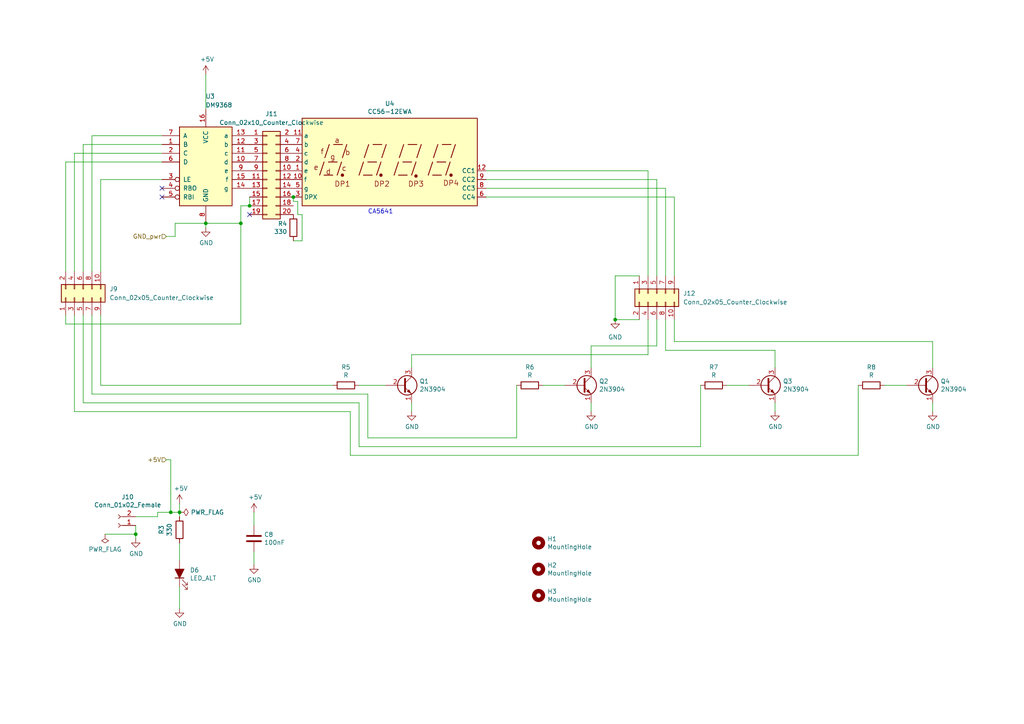
<source format=kicad_sch>
(kicad_sch (version 20211123) (generator eeschema)

  (uuid 0d685ebe-fcb6-48fb-8190-6a340d34bd07)

  (paper "A4")

  (lib_symbols
    (symbol "Connector:Conn_01x02_Female" (pin_names (offset 1.016) hide) (in_bom yes) (on_board yes)
      (property "Reference" "J" (id 0) (at 0 2.54 0)
        (effects (font (size 1.27 1.27)))
      )
      (property "Value" "Conn_01x02_Female" (id 1) (at 0 -5.08 0)
        (effects (font (size 1.27 1.27)))
      )
      (property "Footprint" "" (id 2) (at 0 0 0)
        (effects (font (size 1.27 1.27)) hide)
      )
      (property "Datasheet" "~" (id 3) (at 0 0 0)
        (effects (font (size 1.27 1.27)) hide)
      )
      (property "ki_keywords" "connector" (id 4) (at 0 0 0)
        (effects (font (size 1.27 1.27)) hide)
      )
      (property "ki_description" "Generic connector, single row, 01x02, script generated (kicad-library-utils/schlib/autogen/connector/)" (id 5) (at 0 0 0)
        (effects (font (size 1.27 1.27)) hide)
      )
      (property "ki_fp_filters" "Connector*:*_1x??_*" (id 6) (at 0 0 0)
        (effects (font (size 1.27 1.27)) hide)
      )
      (symbol "Conn_01x02_Female_1_1"
        (arc (start 0 -2.032) (mid -0.508 -2.54) (end 0 -3.048)
          (stroke (width 0.1524) (type default) (color 0 0 0 0))
          (fill (type none))
        )
        (polyline
          (pts
            (xy -1.27 -2.54)
            (xy -0.508 -2.54)
          )
          (stroke (width 0.1524) (type default) (color 0 0 0 0))
          (fill (type none))
        )
        (polyline
          (pts
            (xy -1.27 0)
            (xy -0.508 0)
          )
          (stroke (width 0.1524) (type default) (color 0 0 0 0))
          (fill (type none))
        )
        (arc (start 0 0.508) (mid -0.508 0) (end 0 -0.508)
          (stroke (width 0.1524) (type default) (color 0 0 0 0))
          (fill (type none))
        )
        (pin passive line (at -5.08 0 0) (length 3.81)
          (name "Pin_1" (effects (font (size 1.27 1.27))))
          (number "1" (effects (font (size 1.27 1.27))))
        )
        (pin passive line (at -5.08 -2.54 0) (length 3.81)
          (name "Pin_2" (effects (font (size 1.27 1.27))))
          (number "2" (effects (font (size 1.27 1.27))))
        )
      )
    )
    (symbol "Connector_Generic:Conn_02x05_Odd_Even" (pin_names (offset 1.016) hide) (in_bom yes) (on_board yes)
      (property "Reference" "J" (id 0) (at 1.27 7.62 0)
        (effects (font (size 1.27 1.27)))
      )
      (property "Value" "Conn_02x05_Odd_Even" (id 1) (at 1.27 -7.62 0)
        (effects (font (size 1.27 1.27)))
      )
      (property "Footprint" "" (id 2) (at 0 0 0)
        (effects (font (size 1.27 1.27)) hide)
      )
      (property "Datasheet" "~" (id 3) (at 0 0 0)
        (effects (font (size 1.27 1.27)) hide)
      )
      (property "ki_keywords" "connector" (id 4) (at 0 0 0)
        (effects (font (size 1.27 1.27)) hide)
      )
      (property "ki_description" "Generic connector, double row, 02x05, odd/even pin numbering scheme (row 1 odd numbers, row 2 even numbers), script generated (kicad-library-utils/schlib/autogen/connector/)" (id 5) (at 0 0 0)
        (effects (font (size 1.27 1.27)) hide)
      )
      (property "ki_fp_filters" "Connector*:*_2x??_*" (id 6) (at 0 0 0)
        (effects (font (size 1.27 1.27)) hide)
      )
      (symbol "Conn_02x05_Odd_Even_1_1"
        (rectangle (start -1.27 -4.953) (end 0 -5.207)
          (stroke (width 0.1524) (type default) (color 0 0 0 0))
          (fill (type none))
        )
        (rectangle (start -1.27 -2.413) (end 0 -2.667)
          (stroke (width 0.1524) (type default) (color 0 0 0 0))
          (fill (type none))
        )
        (rectangle (start -1.27 0.127) (end 0 -0.127)
          (stroke (width 0.1524) (type default) (color 0 0 0 0))
          (fill (type none))
        )
        (rectangle (start -1.27 2.667) (end 0 2.413)
          (stroke (width 0.1524) (type default) (color 0 0 0 0))
          (fill (type none))
        )
        (rectangle (start -1.27 5.207) (end 0 4.953)
          (stroke (width 0.1524) (type default) (color 0 0 0 0))
          (fill (type none))
        )
        (rectangle (start -1.27 6.35) (end 3.81 -6.35)
          (stroke (width 0.254) (type default) (color 0 0 0 0))
          (fill (type background))
        )
        (rectangle (start 3.81 -4.953) (end 2.54 -5.207)
          (stroke (width 0.1524) (type default) (color 0 0 0 0))
          (fill (type none))
        )
        (rectangle (start 3.81 -2.413) (end 2.54 -2.667)
          (stroke (width 0.1524) (type default) (color 0 0 0 0))
          (fill (type none))
        )
        (rectangle (start 3.81 0.127) (end 2.54 -0.127)
          (stroke (width 0.1524) (type default) (color 0 0 0 0))
          (fill (type none))
        )
        (rectangle (start 3.81 2.667) (end 2.54 2.413)
          (stroke (width 0.1524) (type default) (color 0 0 0 0))
          (fill (type none))
        )
        (rectangle (start 3.81 5.207) (end 2.54 4.953)
          (stroke (width 0.1524) (type default) (color 0 0 0 0))
          (fill (type none))
        )
        (pin passive line (at -5.08 5.08 0) (length 3.81)
          (name "Pin_1" (effects (font (size 1.27 1.27))))
          (number "1" (effects (font (size 1.27 1.27))))
        )
        (pin passive line (at 7.62 -5.08 180) (length 3.81)
          (name "Pin_10" (effects (font (size 1.27 1.27))))
          (number "10" (effects (font (size 1.27 1.27))))
        )
        (pin passive line (at 7.62 5.08 180) (length 3.81)
          (name "Pin_2" (effects (font (size 1.27 1.27))))
          (number "2" (effects (font (size 1.27 1.27))))
        )
        (pin passive line (at -5.08 2.54 0) (length 3.81)
          (name "Pin_3" (effects (font (size 1.27 1.27))))
          (number "3" (effects (font (size 1.27 1.27))))
        )
        (pin passive line (at 7.62 2.54 180) (length 3.81)
          (name "Pin_4" (effects (font (size 1.27 1.27))))
          (number "4" (effects (font (size 1.27 1.27))))
        )
        (pin passive line (at -5.08 0 0) (length 3.81)
          (name "Pin_5" (effects (font (size 1.27 1.27))))
          (number "5" (effects (font (size 1.27 1.27))))
        )
        (pin passive line (at 7.62 0 180) (length 3.81)
          (name "Pin_6" (effects (font (size 1.27 1.27))))
          (number "6" (effects (font (size 1.27 1.27))))
        )
        (pin passive line (at -5.08 -2.54 0) (length 3.81)
          (name "Pin_7" (effects (font (size 1.27 1.27))))
          (number "7" (effects (font (size 1.27 1.27))))
        )
        (pin passive line (at 7.62 -2.54 180) (length 3.81)
          (name "Pin_8" (effects (font (size 1.27 1.27))))
          (number "8" (effects (font (size 1.27 1.27))))
        )
        (pin passive line (at -5.08 -5.08 0) (length 3.81)
          (name "Pin_9" (effects (font (size 1.27 1.27))))
          (number "9" (effects (font (size 1.27 1.27))))
        )
      )
    )
    (symbol "Connector_Generic:Conn_02x10_Odd_Even" (pin_names (offset 1.016) hide) (in_bom yes) (on_board yes)
      (property "Reference" "J" (id 0) (at 1.27 12.7 0)
        (effects (font (size 1.27 1.27)))
      )
      (property "Value" "Conn_02x10_Odd_Even" (id 1) (at 1.27 -15.24 0)
        (effects (font (size 1.27 1.27)))
      )
      (property "Footprint" "" (id 2) (at 0 0 0)
        (effects (font (size 1.27 1.27)) hide)
      )
      (property "Datasheet" "~" (id 3) (at 0 0 0)
        (effects (font (size 1.27 1.27)) hide)
      )
      (property "ki_keywords" "connector" (id 4) (at 0 0 0)
        (effects (font (size 1.27 1.27)) hide)
      )
      (property "ki_description" "Generic connector, double row, 02x10, odd/even pin numbering scheme (row 1 odd numbers, row 2 even numbers), script generated (kicad-library-utils/schlib/autogen/connector/)" (id 5) (at 0 0 0)
        (effects (font (size 1.27 1.27)) hide)
      )
      (property "ki_fp_filters" "Connector*:*_2x??_*" (id 6) (at 0 0 0)
        (effects (font (size 1.27 1.27)) hide)
      )
      (symbol "Conn_02x10_Odd_Even_1_1"
        (rectangle (start -1.27 -12.573) (end 0 -12.827)
          (stroke (width 0.1524) (type default) (color 0 0 0 0))
          (fill (type none))
        )
        (rectangle (start -1.27 -10.033) (end 0 -10.287)
          (stroke (width 0.1524) (type default) (color 0 0 0 0))
          (fill (type none))
        )
        (rectangle (start -1.27 -7.493) (end 0 -7.747)
          (stroke (width 0.1524) (type default) (color 0 0 0 0))
          (fill (type none))
        )
        (rectangle (start -1.27 -4.953) (end 0 -5.207)
          (stroke (width 0.1524) (type default) (color 0 0 0 0))
          (fill (type none))
        )
        (rectangle (start -1.27 -2.413) (end 0 -2.667)
          (stroke (width 0.1524) (type default) (color 0 0 0 0))
          (fill (type none))
        )
        (rectangle (start -1.27 0.127) (end 0 -0.127)
          (stroke (width 0.1524) (type default) (color 0 0 0 0))
          (fill (type none))
        )
        (rectangle (start -1.27 2.667) (end 0 2.413)
          (stroke (width 0.1524) (type default) (color 0 0 0 0))
          (fill (type none))
        )
        (rectangle (start -1.27 5.207) (end 0 4.953)
          (stroke (width 0.1524) (type default) (color 0 0 0 0))
          (fill (type none))
        )
        (rectangle (start -1.27 7.747) (end 0 7.493)
          (stroke (width 0.1524) (type default) (color 0 0 0 0))
          (fill (type none))
        )
        (rectangle (start -1.27 10.287) (end 0 10.033)
          (stroke (width 0.1524) (type default) (color 0 0 0 0))
          (fill (type none))
        )
        (rectangle (start -1.27 11.43) (end 3.81 -13.97)
          (stroke (width 0.254) (type default) (color 0 0 0 0))
          (fill (type background))
        )
        (rectangle (start 3.81 -12.573) (end 2.54 -12.827)
          (stroke (width 0.1524) (type default) (color 0 0 0 0))
          (fill (type none))
        )
        (rectangle (start 3.81 -10.033) (end 2.54 -10.287)
          (stroke (width 0.1524) (type default) (color 0 0 0 0))
          (fill (type none))
        )
        (rectangle (start 3.81 -7.493) (end 2.54 -7.747)
          (stroke (width 0.1524) (type default) (color 0 0 0 0))
          (fill (type none))
        )
        (rectangle (start 3.81 -4.953) (end 2.54 -5.207)
          (stroke (width 0.1524) (type default) (color 0 0 0 0))
          (fill (type none))
        )
        (rectangle (start 3.81 -2.413) (end 2.54 -2.667)
          (stroke (width 0.1524) (type default) (color 0 0 0 0))
          (fill (type none))
        )
        (rectangle (start 3.81 0.127) (end 2.54 -0.127)
          (stroke (width 0.1524) (type default) (color 0 0 0 0))
          (fill (type none))
        )
        (rectangle (start 3.81 2.667) (end 2.54 2.413)
          (stroke (width 0.1524) (type default) (color 0 0 0 0))
          (fill (type none))
        )
        (rectangle (start 3.81 5.207) (end 2.54 4.953)
          (stroke (width 0.1524) (type default) (color 0 0 0 0))
          (fill (type none))
        )
        (rectangle (start 3.81 7.747) (end 2.54 7.493)
          (stroke (width 0.1524) (type default) (color 0 0 0 0))
          (fill (type none))
        )
        (rectangle (start 3.81 10.287) (end 2.54 10.033)
          (stroke (width 0.1524) (type default) (color 0 0 0 0))
          (fill (type none))
        )
        (pin passive line (at -5.08 10.16 0) (length 3.81)
          (name "Pin_1" (effects (font (size 1.27 1.27))))
          (number "1" (effects (font (size 1.27 1.27))))
        )
        (pin passive line (at 7.62 0 180) (length 3.81)
          (name "Pin_10" (effects (font (size 1.27 1.27))))
          (number "10" (effects (font (size 1.27 1.27))))
        )
        (pin passive line (at -5.08 -2.54 0) (length 3.81)
          (name "Pin_11" (effects (font (size 1.27 1.27))))
          (number "11" (effects (font (size 1.27 1.27))))
        )
        (pin passive line (at 7.62 -2.54 180) (length 3.81)
          (name "Pin_12" (effects (font (size 1.27 1.27))))
          (number "12" (effects (font (size 1.27 1.27))))
        )
        (pin passive line (at -5.08 -5.08 0) (length 3.81)
          (name "Pin_13" (effects (font (size 1.27 1.27))))
          (number "13" (effects (font (size 1.27 1.27))))
        )
        (pin passive line (at 7.62 -5.08 180) (length 3.81)
          (name "Pin_14" (effects (font (size 1.27 1.27))))
          (number "14" (effects (font (size 1.27 1.27))))
        )
        (pin passive line (at -5.08 -7.62 0) (length 3.81)
          (name "Pin_15" (effects (font (size 1.27 1.27))))
          (number "15" (effects (font (size 1.27 1.27))))
        )
        (pin passive line (at 7.62 -7.62 180) (length 3.81)
          (name "Pin_16" (effects (font (size 1.27 1.27))))
          (number "16" (effects (font (size 1.27 1.27))))
        )
        (pin passive line (at -5.08 -10.16 0) (length 3.81)
          (name "Pin_17" (effects (font (size 1.27 1.27))))
          (number "17" (effects (font (size 1.27 1.27))))
        )
        (pin passive line (at 7.62 -10.16 180) (length 3.81)
          (name "Pin_18" (effects (font (size 1.27 1.27))))
          (number "18" (effects (font (size 1.27 1.27))))
        )
        (pin passive line (at -5.08 -12.7 0) (length 3.81)
          (name "Pin_19" (effects (font (size 1.27 1.27))))
          (number "19" (effects (font (size 1.27 1.27))))
        )
        (pin passive line (at 7.62 10.16 180) (length 3.81)
          (name "Pin_2" (effects (font (size 1.27 1.27))))
          (number "2" (effects (font (size 1.27 1.27))))
        )
        (pin passive line (at 7.62 -12.7 180) (length 3.81)
          (name "Pin_20" (effects (font (size 1.27 1.27))))
          (number "20" (effects (font (size 1.27 1.27))))
        )
        (pin passive line (at -5.08 7.62 0) (length 3.81)
          (name "Pin_3" (effects (font (size 1.27 1.27))))
          (number "3" (effects (font (size 1.27 1.27))))
        )
        (pin passive line (at 7.62 7.62 180) (length 3.81)
          (name "Pin_4" (effects (font (size 1.27 1.27))))
          (number "4" (effects (font (size 1.27 1.27))))
        )
        (pin passive line (at -5.08 5.08 0) (length 3.81)
          (name "Pin_5" (effects (font (size 1.27 1.27))))
          (number "5" (effects (font (size 1.27 1.27))))
        )
        (pin passive line (at 7.62 5.08 180) (length 3.81)
          (name "Pin_6" (effects (font (size 1.27 1.27))))
          (number "6" (effects (font (size 1.27 1.27))))
        )
        (pin passive line (at -5.08 2.54 0) (length 3.81)
          (name "Pin_7" (effects (font (size 1.27 1.27))))
          (number "7" (effects (font (size 1.27 1.27))))
        )
        (pin passive line (at 7.62 2.54 180) (length 3.81)
          (name "Pin_8" (effects (font (size 1.27 1.27))))
          (number "8" (effects (font (size 1.27 1.27))))
        )
        (pin passive line (at -5.08 0 0) (length 3.81)
          (name "Pin_9" (effects (font (size 1.27 1.27))))
          (number "9" (effects (font (size 1.27 1.27))))
        )
      )
    )
    (symbol "Device:C" (pin_numbers hide) (pin_names (offset 0.254)) (in_bom yes) (on_board yes)
      (property "Reference" "C" (id 0) (at 0.635 2.54 0)
        (effects (font (size 1.27 1.27)) (justify left))
      )
      (property "Value" "C" (id 1) (at 0.635 -2.54 0)
        (effects (font (size 1.27 1.27)) (justify left))
      )
      (property "Footprint" "" (id 2) (at 0.9652 -3.81 0)
        (effects (font (size 1.27 1.27)) hide)
      )
      (property "Datasheet" "~" (id 3) (at 0 0 0)
        (effects (font (size 1.27 1.27)) hide)
      )
      (property "ki_keywords" "cap capacitor" (id 4) (at 0 0 0)
        (effects (font (size 1.27 1.27)) hide)
      )
      (property "ki_description" "Unpolarized capacitor" (id 5) (at 0 0 0)
        (effects (font (size 1.27 1.27)) hide)
      )
      (property "ki_fp_filters" "C_*" (id 6) (at 0 0 0)
        (effects (font (size 1.27 1.27)) hide)
      )
      (symbol "C_0_1"
        (polyline
          (pts
            (xy -2.032 -0.762)
            (xy 2.032 -0.762)
          )
          (stroke (width 0.508) (type default) (color 0 0 0 0))
          (fill (type none))
        )
        (polyline
          (pts
            (xy -2.032 0.762)
            (xy 2.032 0.762)
          )
          (stroke (width 0.508) (type default) (color 0 0 0 0))
          (fill (type none))
        )
      )
      (symbol "C_1_1"
        (pin passive line (at 0 3.81 270) (length 2.794)
          (name "~" (effects (font (size 1.27 1.27))))
          (number "1" (effects (font (size 1.27 1.27))))
        )
        (pin passive line (at 0 -3.81 90) (length 2.794)
          (name "~" (effects (font (size 1.27 1.27))))
          (number "2" (effects (font (size 1.27 1.27))))
        )
      )
    )
    (symbol "Device:R" (pin_numbers hide) (pin_names (offset 0)) (in_bom yes) (on_board yes)
      (property "Reference" "R" (id 0) (at 2.032 0 90)
        (effects (font (size 1.27 1.27)))
      )
      (property "Value" "R" (id 1) (at 0 0 90)
        (effects (font (size 1.27 1.27)))
      )
      (property "Footprint" "" (id 2) (at -1.778 0 90)
        (effects (font (size 1.27 1.27)) hide)
      )
      (property "Datasheet" "~" (id 3) (at 0 0 0)
        (effects (font (size 1.27 1.27)) hide)
      )
      (property "ki_keywords" "R res resistor" (id 4) (at 0 0 0)
        (effects (font (size 1.27 1.27)) hide)
      )
      (property "ki_description" "Resistor" (id 5) (at 0 0 0)
        (effects (font (size 1.27 1.27)) hide)
      )
      (property "ki_fp_filters" "R_*" (id 6) (at 0 0 0)
        (effects (font (size 1.27 1.27)) hide)
      )
      (symbol "R_0_1"
        (rectangle (start -1.016 -2.54) (end 1.016 2.54)
          (stroke (width 0.254) (type default) (color 0 0 0 0))
          (fill (type none))
        )
      )
      (symbol "R_1_1"
        (pin passive line (at 0 3.81 270) (length 1.27)
          (name "~" (effects (font (size 1.27 1.27))))
          (number "1" (effects (font (size 1.27 1.27))))
        )
        (pin passive line (at 0 -3.81 90) (length 1.27)
          (name "~" (effects (font (size 1.27 1.27))))
          (number "2" (effects (font (size 1.27 1.27))))
        )
      )
    )
    (symbol "Display_Character:CC56-12EWA" (in_bom yes) (on_board yes)
      (property "Reference" "U" (id 0) (at -24.13 13.97 0)
        (effects (font (size 1.27 1.27)))
      )
      (property "Value" "CC56-12EWA" (id 1) (at 19.05 13.97 0)
        (effects (font (size 1.27 1.27)))
      )
      (property "Footprint" "Display_7Segment:CA56-12EWA" (id 2) (at 0 -15.24 0)
        (effects (font (size 1.27 1.27)) hide)
      )
      (property "Datasheet" "http://www.kingbrightusa.com/images/catalog/SPEC/CA56-12EWA.pdf" (id 3) (at -10.922 0.762 0)
        (effects (font (size 1.27 1.27)) hide)
      )
      (property "ki_keywords" "display LED 7-segment" (id 4) (at 0 0 0)
        (effects (font (size 1.27 1.27)) hide)
      )
      (property "ki_description" "4 digit 7 segment high efficiency red LED, common cathode" (id 5) (at 0 0 0)
        (effects (font (size 1.27 1.27)) hide)
      )
      (property "ki_fp_filters" "*CA56*12EWA*" (id 6) (at 0 0 0)
        (effects (font (size 1.27 1.27)) hide)
      )
      (symbol "CC56-12EWA_0_0"
        (rectangle (start -25.4 12.7) (end 25.4 -12.7)
          (stroke (width 0.254) (type default) (color 0 0 0 0))
          (fill (type background))
        )
        (polyline
          (pts
            (xy -20.32 -3.81)
            (xy -19.05 0)
          )
          (stroke (width 0.254) (type default) (color 0 0 0 0))
          (fill (type none))
        )
        (polyline
          (pts
            (xy -19.05 -3.81)
            (xy -16.51 -3.81)
          )
          (stroke (width 0.254) (type default) (color 0 0 0 0))
          (fill (type none))
        )
        (polyline
          (pts
            (xy -18.796 1.27)
            (xy -17.526 5.08)
          )
          (stroke (width 0.254) (type default) (color 0 0 0 0))
          (fill (type none))
        )
        (polyline
          (pts
            (xy -17.78 0)
            (xy -15.24 0)
          )
          (stroke (width 0.254) (type default) (color 0 0 0 0))
          (fill (type none))
        )
        (polyline
          (pts
            (xy -16.256 5.08)
            (xy -13.716 5.08)
          )
          (stroke (width 0.254) (type default) (color 0 0 0 0))
          (fill (type none))
        )
        (polyline
          (pts
            (xy -15.24 -3.81)
            (xy -13.97 0)
          )
          (stroke (width 0.254) (type default) (color 0 0 0 0))
          (fill (type none))
        )
        (polyline
          (pts
            (xy -13.716 1.27)
            (xy -12.446 5.08)
          )
          (stroke (width 0.254) (type default) (color 0 0 0 0))
          (fill (type none))
        )
        (polyline
          (pts
            (xy -8.89 -3.81)
            (xy -7.62 0)
          )
          (stroke (width 0.254) (type default) (color 0 0 0 0))
          (fill (type none))
        )
        (polyline
          (pts
            (xy -7.62 -3.81)
            (xy -5.08 -3.81)
          )
          (stroke (width 0.254) (type default) (color 0 0 0 0))
          (fill (type none))
        )
        (polyline
          (pts
            (xy -7.366 1.27)
            (xy -6.096 5.08)
          )
          (stroke (width 0.254) (type default) (color 0 0 0 0))
          (fill (type none))
        )
        (polyline
          (pts
            (xy -6.35 0)
            (xy -3.81 0)
          )
          (stroke (width 0.254) (type default) (color 0 0 0 0))
          (fill (type none))
        )
        (polyline
          (pts
            (xy -4.826 5.08)
            (xy -2.286 5.08)
          )
          (stroke (width 0.254) (type default) (color 0 0 0 0))
          (fill (type none))
        )
        (polyline
          (pts
            (xy -3.81 -3.81)
            (xy -2.54 0)
          )
          (stroke (width 0.254) (type default) (color 0 0 0 0))
          (fill (type none))
        )
        (polyline
          (pts
            (xy -2.286 1.27)
            (xy -1.016 5.08)
          )
          (stroke (width 0.254) (type default) (color 0 0 0 0))
          (fill (type none))
        )
        (polyline
          (pts
            (xy 1.27 -3.81)
            (xy 2.54 0)
          )
          (stroke (width 0.254) (type default) (color 0 0 0 0))
          (fill (type none))
        )
        (polyline
          (pts
            (xy 2.54 -3.81)
            (xy 5.08 -3.81)
          )
          (stroke (width 0.254) (type default) (color 0 0 0 0))
          (fill (type none))
        )
        (polyline
          (pts
            (xy 2.794 1.27)
            (xy 4.064 5.08)
          )
          (stroke (width 0.254) (type default) (color 0 0 0 0))
          (fill (type none))
        )
        (polyline
          (pts
            (xy 3.81 0)
            (xy 6.35 0)
          )
          (stroke (width 0.254) (type default) (color 0 0 0 0))
          (fill (type none))
        )
        (polyline
          (pts
            (xy 5.334 5.08)
            (xy 7.874 5.08)
          )
          (stroke (width 0.254) (type default) (color 0 0 0 0))
          (fill (type none))
        )
        (polyline
          (pts
            (xy 6.35 -3.81)
            (xy 7.62 0)
          )
          (stroke (width 0.254) (type default) (color 0 0 0 0))
          (fill (type none))
        )
        (polyline
          (pts
            (xy 7.874 1.27)
            (xy 9.144 5.08)
          )
          (stroke (width 0.254) (type default) (color 0 0 0 0))
          (fill (type none))
        )
        (polyline
          (pts
            (xy 11.176 -3.81)
            (xy 12.446 0)
          )
          (stroke (width 0.254) (type default) (color 0 0 0 0))
          (fill (type none))
        )
        (polyline
          (pts
            (xy 12.446 -3.81)
            (xy 14.986 -3.81)
          )
          (stroke (width 0.254) (type default) (color 0 0 0 0))
          (fill (type none))
        )
        (polyline
          (pts
            (xy 12.7 1.27)
            (xy 13.97 5.08)
          )
          (stroke (width 0.254) (type default) (color 0 0 0 0))
          (fill (type none))
        )
        (polyline
          (pts
            (xy 13.716 0)
            (xy 16.256 0)
          )
          (stroke (width 0.254) (type default) (color 0 0 0 0))
          (fill (type none))
        )
        (polyline
          (pts
            (xy 15.24 5.08)
            (xy 17.78 5.08)
          )
          (stroke (width 0.254) (type default) (color 0 0 0 0))
          (fill (type none))
        )
        (polyline
          (pts
            (xy 16.256 -3.81)
            (xy 17.526 0)
          )
          (stroke (width 0.254) (type default) (color 0 0 0 0))
          (fill (type none))
        )
        (polyline
          (pts
            (xy 17.78 1.27)
            (xy 19.05 5.08)
          )
          (stroke (width 0.254) (type default) (color 0 0 0 0))
          (fill (type none))
        )
        (text "a" (at -15.24 6.35 0)
          (effects (font (size 1.524 1.524)))
        )
        (text "b" (at -12.192 2.794 0)
          (effects (font (size 1.524 1.524)))
        )
        (text "c" (at -13.208 -1.778 0)
          (effects (font (size 1.524 1.524)))
        )
        (text "d" (at -17.78 -2.794 0)
          (effects (font (size 1.524 1.524)))
        )
        (text "DP1" (at -13.716 -6.35 0)
          (effects (font (size 1.524 1.524)))
        )
        (text "DP2" (at -2.286 -6.35 0)
          (effects (font (size 1.524 1.524)))
        )
        (text "DP3" (at 7.62 -6.35 0)
          (effects (font (size 1.524 1.524)))
        )
        (text "DP4" (at 17.78 -6.096 0)
          (effects (font (size 1.524 1.524)))
        )
        (text "e" (at -21.336 -1.524 0)
          (effects (font (size 1.524 1.524)))
        )
        (text "f" (at -19.558 3.048 0)
          (effects (font (size 1.524 1.524)))
        )
        (text "g" (at -16.51 1.524 0)
          (effects (font (size 1.524 1.524)))
        )
      )
      (symbol "CC56-12EWA_0_1"
        (circle (center -13.716 -3.81) (radius 0.3556)
          (stroke (width 0.254) (type default) (color 0 0 0 0))
          (fill (type outline))
        )
        (circle (center -2.54 -3.81) (radius 0.3556)
          (stroke (width 0.254) (type default) (color 0 0 0 0))
          (fill (type outline))
        )
      )
      (symbol "CC56-12EWA_1_0"
        (circle (center 7.62 -4.064) (radius 0.3556)
          (stroke (width 0.254) (type default) (color 0 0 0 0))
          (fill (type outline))
        )
        (circle (center 17.78 -3.81) (radius 0.3556)
          (stroke (width 0.254) (type default) (color 0 0 0 0))
          (fill (type outline))
        )
      )
      (symbol "CC56-12EWA_1_1"
        (pin input line (at -27.94 -2.54 0) (length 2.54)
          (name "e" (effects (font (size 1.27 1.27))))
          (number "1" (effects (font (size 1.27 1.27))))
        )
        (pin input line (at -27.94 -5.08 0) (length 2.54)
          (name "f" (effects (font (size 1.27 1.27))))
          (number "10" (effects (font (size 1.27 1.27))))
        )
        (pin input line (at -27.94 7.62 0) (length 2.54)
          (name "a" (effects (font (size 1.27 1.27))))
          (number "11" (effects (font (size 1.27 1.27))))
        )
        (pin input line (at 27.94 -2.54 180) (length 2.54)
          (name "CC1" (effects (font (size 1.27 1.27))))
          (number "12" (effects (font (size 1.27 1.27))))
        )
        (pin input line (at -27.94 0 0) (length 2.54)
          (name "d" (effects (font (size 1.27 1.27))))
          (number "2" (effects (font (size 1.27 1.27))))
        )
        (pin input line (at -27.94 -10.16 0) (length 2.54)
          (name "DPX" (effects (font (size 1.27 1.27))))
          (number "3" (effects (font (size 1.27 1.27))))
        )
        (pin input line (at -27.94 2.54 0) (length 2.54)
          (name "c" (effects (font (size 1.27 1.27))))
          (number "4" (effects (font (size 1.27 1.27))))
        )
        (pin input line (at -27.94 -7.62 0) (length 2.54)
          (name "g" (effects (font (size 1.27 1.27))))
          (number "5" (effects (font (size 1.27 1.27))))
        )
        (pin input line (at 27.94 -10.16 180) (length 2.54)
          (name "CC4" (effects (font (size 1.27 1.27))))
          (number "6" (effects (font (size 1.27 1.27))))
        )
        (pin input line (at -27.94 5.08 0) (length 2.54)
          (name "b" (effects (font (size 1.27 1.27))))
          (number "7" (effects (font (size 1.27 1.27))))
        )
        (pin input line (at 27.94 -7.62 180) (length 2.54)
          (name "CC3" (effects (font (size 1.27 1.27))))
          (number "8" (effects (font (size 1.27 1.27))))
        )
        (pin input line (at 27.94 -5.08 180) (length 2.54)
          (name "CC2" (effects (font (size 1.27 1.27))))
          (number "9" (effects (font (size 1.27 1.27))))
        )
      )
    )
    (symbol "Mechanical:MountingHole" (pin_names (offset 1.016)) (in_bom yes) (on_board yes)
      (property "Reference" "H" (id 0) (at 0 5.08 0)
        (effects (font (size 1.27 1.27)))
      )
      (property "Value" "MountingHole" (id 1) (at 0 3.175 0)
        (effects (font (size 1.27 1.27)))
      )
      (property "Footprint" "" (id 2) (at 0 0 0)
        (effects (font (size 1.27 1.27)) hide)
      )
      (property "Datasheet" "~" (id 3) (at 0 0 0)
        (effects (font (size 1.27 1.27)) hide)
      )
      (property "ki_keywords" "mounting hole" (id 4) (at 0 0 0)
        (effects (font (size 1.27 1.27)) hide)
      )
      (property "ki_description" "Mounting Hole without connection" (id 5) (at 0 0 0)
        (effects (font (size 1.27 1.27)) hide)
      )
      (property "ki_fp_filters" "MountingHole*" (id 6) (at 0 0 0)
        (effects (font (size 1.27 1.27)) hide)
      )
      (symbol "MountingHole_0_1"
        (circle (center 0 0) (radius 1.27)
          (stroke (width 1.27) (type default) (color 0 0 0 0))
          (fill (type none))
        )
      )
    )
    (symbol "New_Library:DM9368" (pin_names (offset 1.016)) (in_bom yes) (on_board yes)
      (property "Reference" "U" (id 0) (at -7.62 11.43 0)
        (effects (font (size 1.27 1.27)))
      )
      (property "Value" "DM9368" (id 1) (at -7.62 -13.97 0)
        (effects (font (size 1.27 1.27)))
      )
      (property "Footprint" "" (id 2) (at 0 0 0)
        (effects (font (size 1.27 1.27)) hide)
      )
      (property "Datasheet" "http://www.ti.com/lit/gpn/sn74LS48" (id 3) (at 0 0 0)
        (effects (font (size 1.27 1.27)) hide)
      )
      (property "ki_locked" "" (id 4) (at 0 0 0)
        (effects (font (size 1.27 1.27)))
      )
      (property "ki_keywords" "TTL DECOD DECOD7" (id 5) (at 0 0 0)
        (effects (font (size 1.27 1.27)) hide)
      )
      (property "ki_description" "BCD to 7-segment Decoder/driver, Active High outputs" (id 6) (at 0 0 0)
        (effects (font (size 1.27 1.27)) hide)
      )
      (property "ki_fp_filters" "DIP?16*" (id 7) (at 0 0 0)
        (effects (font (size 1.27 1.27)) hide)
      )
      (symbol "DM9368_1_0"
        (pin input line (at -12.7 5.08 0) (length 5.08)
          (name "B" (effects (font (size 1.27 1.27))))
          (number "1" (effects (font (size 1.27 1.27))))
        )
        (pin output line (at 12.7 0 180) (length 5.08)
          (name "d" (effects (font (size 1.27 1.27))))
          (number "10" (effects (font (size 1.27 1.27))))
        )
        (pin output line (at 12.7 2.54 180) (length 5.08)
          (name "c" (effects (font (size 1.27 1.27))))
          (number "11" (effects (font (size 1.27 1.27))))
        )
        (pin output line (at 12.7 5.08 180) (length 5.08)
          (name "b" (effects (font (size 1.27 1.27))))
          (number "12" (effects (font (size 1.27 1.27))))
        )
        (pin output line (at 12.7 7.62 180) (length 5.08)
          (name "a" (effects (font (size 1.27 1.27))))
          (number "13" (effects (font (size 1.27 1.27))))
        )
        (pin output line (at 12.7 -7.62 180) (length 5.08)
          (name "g" (effects (font (size 1.27 1.27))))
          (number "14" (effects (font (size 1.27 1.27))))
        )
        (pin output line (at 12.7 -5.08 180) (length 5.08)
          (name "f" (effects (font (size 1.27 1.27))))
          (number "15" (effects (font (size 1.27 1.27))))
        )
        (pin power_in line (at 0 15.24 270) (length 5.08)
          (name "VCC" (effects (font (size 1.27 1.27))))
          (number "16" (effects (font (size 1.27 1.27))))
        )
        (pin input line (at -12.7 2.54 0) (length 5.08)
          (name "C" (effects (font (size 1.27 1.27))))
          (number "2" (effects (font (size 1.27 1.27))))
        )
        (pin input inverted (at -12.7 -5.08 0) (length 5.08)
          (name "LE" (effects (font (size 1.27 1.27))))
          (number "3" (effects (font (size 1.27 1.27))))
        )
        (pin output inverted (at -12.7 -7.62 0) (length 5.08)
          (name "RBO" (effects (font (size 1.27 1.27))))
          (number "4" (effects (font (size 1.27 1.27))))
        )
        (pin input inverted (at -12.7 -10.16 0) (length 5.08)
          (name "RBI" (effects (font (size 1.27 1.27))))
          (number "5" (effects (font (size 1.27 1.27))))
        )
        (pin input line (at -12.7 0 0) (length 5.08)
          (name "D" (effects (font (size 1.27 1.27))))
          (number "6" (effects (font (size 1.27 1.27))))
        )
        (pin input line (at -12.7 7.62 0) (length 5.08)
          (name "A" (effects (font (size 1.27 1.27))))
          (number "7" (effects (font (size 1.27 1.27))))
        )
        (pin power_in line (at 0 -17.78 90) (length 5.08)
          (name "GND" (effects (font (size 1.27 1.27))))
          (number "8" (effects (font (size 1.27 1.27))))
        )
        (pin output line (at 12.7 -2.54 180) (length 5.08)
          (name "e" (effects (font (size 1.27 1.27))))
          (number "9" (effects (font (size 1.27 1.27))))
        )
      )
      (symbol "DM9368_1_1"
        (rectangle (start -7.62 10.16) (end 7.62 -12.7)
          (stroke (width 0.254) (type default) (color 0 0 0 0))
          (fill (type background))
        )
      )
    )
    (symbol "Shield_visual4-rescue:LED_ALT-Device" (pin_numbers hide) (pin_names (offset 1.016) hide) (in_bom yes) (on_board yes)
      (property "Reference" "D" (id 0) (at 0 2.54 0)
        (effects (font (size 1.27 1.27)))
      )
      (property "Value" "LED_ALT-Device" (id 1) (at 0 -2.54 0)
        (effects (font (size 1.27 1.27)))
      )
      (property "Footprint" "" (id 2) (at 0 0 0)
        (effects (font (size 1.27 1.27)) hide)
      )
      (property "Datasheet" "" (id 3) (at 0 0 0)
        (effects (font (size 1.27 1.27)) hide)
      )
      (property "ki_fp_filters" "LED* LED_SMD:* LED_THT:*" (id 4) (at 0 0 0)
        (effects (font (size 1.27 1.27)) hide)
      )
      (symbol "LED_ALT-Device_0_1"
        (polyline
          (pts
            (xy -1.27 -1.27)
            (xy -1.27 1.27)
          )
          (stroke (width 0.254) (type default) (color 0 0 0 0))
          (fill (type none))
        )
        (polyline
          (pts
            (xy -1.27 0)
            (xy 1.27 0)
          )
          (stroke (width 0) (type default) (color 0 0 0 0))
          (fill (type none))
        )
        (polyline
          (pts
            (xy 1.27 -1.27)
            (xy 1.27 1.27)
            (xy -1.27 0)
            (xy 1.27 -1.27)
          )
          (stroke (width 0.254) (type default) (color 0 0 0 0))
          (fill (type outline))
        )
        (polyline
          (pts
            (xy -3.048 -0.762)
            (xy -4.572 -2.286)
            (xy -3.81 -2.286)
            (xy -4.572 -2.286)
            (xy -4.572 -1.524)
          )
          (stroke (width 0) (type default) (color 0 0 0 0))
          (fill (type none))
        )
        (polyline
          (pts
            (xy -1.778 -0.762)
            (xy -3.302 -2.286)
            (xy -2.54 -2.286)
            (xy -3.302 -2.286)
            (xy -3.302 -1.524)
          )
          (stroke (width 0) (type default) (color 0 0 0 0))
          (fill (type none))
        )
      )
      (symbol "LED_ALT-Device_1_1"
        (pin passive line (at -3.81 0 0) (length 2.54)
          (name "K" (effects (font (size 1.27 1.27))))
          (number "1" (effects (font (size 1.27 1.27))))
        )
        (pin passive line (at 3.81 0 180) (length 2.54)
          (name "A" (effects (font (size 1.27 1.27))))
          (number "2" (effects (font (size 1.27 1.27))))
        )
      )
    )
    (symbol "Transistor_BJT:2N3904" (pin_names (offset 0) hide) (in_bom yes) (on_board yes)
      (property "Reference" "Q" (id 0) (at 5.08 1.905 0)
        (effects (font (size 1.27 1.27)) (justify left))
      )
      (property "Value" "2N3904" (id 1) (at 5.08 0 0)
        (effects (font (size 1.27 1.27)) (justify left))
      )
      (property "Footprint" "Package_TO_SOT_THT:TO-92_Inline" (id 2) (at 5.08 -1.905 0)
        (effects (font (size 1.27 1.27) italic) (justify left) hide)
      )
      (property "Datasheet" "https://www.onsemi.com/pub/Collateral/2N3903-D.PDF" (id 3) (at 0 0 0)
        (effects (font (size 1.27 1.27)) (justify left) hide)
      )
      (property "ki_keywords" "NPN Transistor" (id 4) (at 0 0 0)
        (effects (font (size 1.27 1.27)) hide)
      )
      (property "ki_description" "0.2A Ic, 40V Vce, Small Signal NPN Transistor, TO-92" (id 5) (at 0 0 0)
        (effects (font (size 1.27 1.27)) hide)
      )
      (property "ki_fp_filters" "TO?92*" (id 6) (at 0 0 0)
        (effects (font (size 1.27 1.27)) hide)
      )
      (symbol "2N3904_0_1"
        (polyline
          (pts
            (xy 0.635 0.635)
            (xy 2.54 2.54)
          )
          (stroke (width 0) (type default) (color 0 0 0 0))
          (fill (type none))
        )
        (polyline
          (pts
            (xy 0.635 -0.635)
            (xy 2.54 -2.54)
            (xy 2.54 -2.54)
          )
          (stroke (width 0) (type default) (color 0 0 0 0))
          (fill (type none))
        )
        (polyline
          (pts
            (xy 0.635 1.905)
            (xy 0.635 -1.905)
            (xy 0.635 -1.905)
          )
          (stroke (width 0.508) (type default) (color 0 0 0 0))
          (fill (type none))
        )
        (polyline
          (pts
            (xy 1.27 -1.778)
            (xy 1.778 -1.27)
            (xy 2.286 -2.286)
            (xy 1.27 -1.778)
            (xy 1.27 -1.778)
          )
          (stroke (width 0) (type default) (color 0 0 0 0))
          (fill (type outline))
        )
        (circle (center 1.27 0) (radius 2.8194)
          (stroke (width 0.254) (type default) (color 0 0 0 0))
          (fill (type none))
        )
      )
      (symbol "2N3904_1_1"
        (pin passive line (at 2.54 -5.08 90) (length 2.54)
          (name "E" (effects (font (size 1.27 1.27))))
          (number "1" (effects (font (size 1.27 1.27))))
        )
        (pin passive line (at -5.08 0 0) (length 5.715)
          (name "B" (effects (font (size 1.27 1.27))))
          (number "2" (effects (font (size 1.27 1.27))))
        )
        (pin passive line (at 2.54 5.08 270) (length 2.54)
          (name "C" (effects (font (size 1.27 1.27))))
          (number "3" (effects (font (size 1.27 1.27))))
        )
      )
    )
    (symbol "power:+5V" (power) (pin_names (offset 0)) (in_bom yes) (on_board yes)
      (property "Reference" "#PWR" (id 0) (at 0 -3.81 0)
        (effects (font (size 1.27 1.27)) hide)
      )
      (property "Value" "+5V" (id 1) (at 0 3.556 0)
        (effects (font (size 1.27 1.27)))
      )
      (property "Footprint" "" (id 2) (at 0 0 0)
        (effects (font (size 1.27 1.27)) hide)
      )
      (property "Datasheet" "" (id 3) (at 0 0 0)
        (effects (font (size 1.27 1.27)) hide)
      )
      (property "ki_keywords" "power-flag" (id 4) (at 0 0 0)
        (effects (font (size 1.27 1.27)) hide)
      )
      (property "ki_description" "Power symbol creates a global label with name \"+5V\"" (id 5) (at 0 0 0)
        (effects (font (size 1.27 1.27)) hide)
      )
      (symbol "+5V_0_1"
        (polyline
          (pts
            (xy -0.762 1.27)
            (xy 0 2.54)
          )
          (stroke (width 0) (type default) (color 0 0 0 0))
          (fill (type none))
        )
        (polyline
          (pts
            (xy 0 0)
            (xy 0 2.54)
          )
          (stroke (width 0) (type default) (color 0 0 0 0))
          (fill (type none))
        )
        (polyline
          (pts
            (xy 0 2.54)
            (xy 0.762 1.27)
          )
          (stroke (width 0) (type default) (color 0 0 0 0))
          (fill (type none))
        )
      )
      (symbol "+5V_1_1"
        (pin power_in line (at 0 0 90) (length 0) hide
          (name "+5V" (effects (font (size 1.27 1.27))))
          (number "1" (effects (font (size 1.27 1.27))))
        )
      )
    )
    (symbol "power:GND" (power) (pin_names (offset 0)) (in_bom yes) (on_board yes)
      (property "Reference" "#PWR" (id 0) (at 0 -6.35 0)
        (effects (font (size 1.27 1.27)) hide)
      )
      (property "Value" "GND" (id 1) (at 0 -3.81 0)
        (effects (font (size 1.27 1.27)))
      )
      (property "Footprint" "" (id 2) (at 0 0 0)
        (effects (font (size 1.27 1.27)) hide)
      )
      (property "Datasheet" "" (id 3) (at 0 0 0)
        (effects (font (size 1.27 1.27)) hide)
      )
      (property "ki_keywords" "power-flag" (id 4) (at 0 0 0)
        (effects (font (size 1.27 1.27)) hide)
      )
      (property "ki_description" "Power symbol creates a global label with name \"GND\" , ground" (id 5) (at 0 0 0)
        (effects (font (size 1.27 1.27)) hide)
      )
      (symbol "GND_0_1"
        (polyline
          (pts
            (xy 0 0)
            (xy 0 -1.27)
            (xy 1.27 -1.27)
            (xy 0 -2.54)
            (xy -1.27 -1.27)
            (xy 0 -1.27)
          )
          (stroke (width 0) (type default) (color 0 0 0 0))
          (fill (type none))
        )
      )
      (symbol "GND_1_1"
        (pin power_in line (at 0 0 270) (length 0) hide
          (name "GND" (effects (font (size 1.27 1.27))))
          (number "1" (effects (font (size 1.27 1.27))))
        )
      )
    )
    (symbol "power:PWR_FLAG" (power) (pin_numbers hide) (pin_names (offset 0) hide) (in_bom yes) (on_board yes)
      (property "Reference" "#FLG" (id 0) (at 0 1.905 0)
        (effects (font (size 1.27 1.27)) hide)
      )
      (property "Value" "PWR_FLAG" (id 1) (at 0 3.81 0)
        (effects (font (size 1.27 1.27)))
      )
      (property "Footprint" "" (id 2) (at 0 0 0)
        (effects (font (size 1.27 1.27)) hide)
      )
      (property "Datasheet" "~" (id 3) (at 0 0 0)
        (effects (font (size 1.27 1.27)) hide)
      )
      (property "ki_keywords" "power-flag" (id 4) (at 0 0 0)
        (effects (font (size 1.27 1.27)) hide)
      )
      (property "ki_description" "Special symbol for telling ERC where power comes from" (id 5) (at 0 0 0)
        (effects (font (size 1.27 1.27)) hide)
      )
      (symbol "PWR_FLAG_0_0"
        (pin power_out line (at 0 0 90) (length 0)
          (name "pwr" (effects (font (size 1.27 1.27))))
          (number "1" (effects (font (size 1.27 1.27))))
        )
      )
      (symbol "PWR_FLAG_0_1"
        (polyline
          (pts
            (xy 0 0)
            (xy 0 1.27)
            (xy -1.016 1.905)
            (xy 0 2.54)
            (xy 1.016 1.905)
            (xy 0 1.27)
          )
          (stroke (width 0) (type default) (color 0 0 0 0))
          (fill (type none))
        )
      )
    )
  )

  (junction (at 52.07 148.59) (diameter 0) (color 0 0 0 0)
    (uuid 09f7fd72-79ec-42ef-a1c7-20f45db1d2cf)
  )
  (junction (at 72.39 59.69) (diameter 0) (color 0 0 0 0)
    (uuid 28a20ebc-efdd-44d6-94d1-49ef63ae666c)
  )
  (junction (at 69.85 64.77) (diameter 0) (color 0 0 0 0)
    (uuid 505acb10-f4bb-4e10-8411-91644ef8fb36)
  )
  (junction (at 39.37 154.94) (diameter 0) (color 0 0 0 0)
    (uuid 91054f2d-3cf8-449d-9333-585ff6b259c2)
  )
  (junction (at 59.69 64.77) (diameter 0) (color 0 0 0 0)
    (uuid c0e24e99-df83-493a-8216-771716bcc5c7)
  )
  (junction (at 85.09 57.15) (diameter 0) (color 0 0 0 0)
    (uuid cf739d75-f667-47f2-ad45-c7c78651e956)
  )
  (junction (at 178.435 92.71) (diameter 0) (color 0 0 0 0)
    (uuid e4e35203-c6a9-4ae8-ba65-8f9d8f4d73da)
  )
  (junction (at 49.53 148.59) (diameter 0) (color 0 0 0 0)
    (uuid e7a30f89-80c4-415f-842b-3e8c9bb1f24f)
  )

  (no_connect (at 72.39 62.23) (uuid 3f490c47-9974-44ca-ab84-dd4bf7d89a67))
  (no_connect (at 46.99 54.61) (uuid 9bf5259b-a438-4901-8542-25c5dd7cfd19))
  (no_connect (at 46.99 57.15) (uuid f523996b-b1aa-4c20-8c1d-db8d1af6c589))

  (wire (pts (xy 106.68 127) (xy 106.68 114.3))
    (stroke (width 0) (type default) (color 0 0 0 0))
    (uuid 03194a6d-070e-49e9-938e-dbeba1e67d70)
  )
  (wire (pts (xy 224.79 119.38) (xy 224.79 116.84))
    (stroke (width 0) (type default) (color 0 0 0 0))
    (uuid 0b68bded-a5c3-4ebe-8b6c-9dc0dd17a8a4)
  )
  (wire (pts (xy 21.59 119.38) (xy 101.6 119.38))
    (stroke (width 0) (type default) (color 0 0 0 0))
    (uuid 0bb7d2d5-1c98-4843-aaea-ffd54b11288b)
  )
  (wire (pts (xy 39.37 154.94) (xy 39.37 152.4))
    (stroke (width 0) (type default) (color 0 0 0 0))
    (uuid 0bca4e15-53de-4987-a642-c8ae243dc2fd)
  )
  (wire (pts (xy 140.97 54.61) (xy 193.04 54.61))
    (stroke (width 0) (type default) (color 0 0 0 0))
    (uuid 0d7bdbc9-f1f4-43af-8e82-df871921a32b)
  )
  (wire (pts (xy 190.5 80.01) (xy 190.5 52.07))
    (stroke (width 0) (type default) (color 0 0 0 0))
    (uuid 15b89eee-ec6e-4d58-a9f8-18232573e52e)
  )
  (wire (pts (xy 72.39 57.15) (xy 72.39 59.69))
    (stroke (width 0) (type default) (color 0 0 0 0))
    (uuid 15ebe303-b22d-4de6-9106-a582cb26b160)
  )
  (wire (pts (xy 69.85 59.69) (xy 72.39 59.69))
    (stroke (width 0) (type default) (color 0 0 0 0))
    (uuid 1776d17e-af63-49f4-8008-97de6e5cba2a)
  )
  (wire (pts (xy 49.53 148.59) (xy 52.07 148.59))
    (stroke (width 0) (type default) (color 0 0 0 0))
    (uuid 1ee878e5-f8b0-4551-af68-274535b9e093)
  )
  (wire (pts (xy 69.85 64.77) (xy 69.85 59.69))
    (stroke (width 0) (type default) (color 0 0 0 0))
    (uuid 23832b0b-3ff6-49cf-a63c-ef46cad86b34)
  )
  (wire (pts (xy 270.51 116.84) (xy 270.51 119.38))
    (stroke (width 0) (type default) (color 0 0 0 0))
    (uuid 23ddcbfc-0046-46fe-929b-ab4ac429d49b)
  )
  (wire (pts (xy 193.04 54.61) (xy 193.04 80.01))
    (stroke (width 0) (type default) (color 0 0 0 0))
    (uuid 24cbde93-0216-4f9b-8a7c-9491577274c0)
  )
  (wire (pts (xy 24.13 116.84) (xy 24.13 91.44))
    (stroke (width 0) (type default) (color 0 0 0 0))
    (uuid 3363d9c9-c64c-4f4b-906e-dafef0d45490)
  )
  (wire (pts (xy 171.45 119.38) (xy 171.45 116.84))
    (stroke (width 0) (type default) (color 0 0 0 0))
    (uuid 35686cce-1bc7-4fd7-8a72-3b8bbb2f40f3)
  )
  (wire (pts (xy 52.07 146.05) (xy 52.07 148.59))
    (stroke (width 0) (type default) (color 0 0 0 0))
    (uuid 3915a4ce-93ca-479e-9abd-f77af1ac67a2)
  )
  (wire (pts (xy 59.69 66.04) (xy 59.69 64.77))
    (stroke (width 0) (type default) (color 0 0 0 0))
    (uuid 394eb000-50da-4b00-a979-d5736fd320eb)
  )
  (wire (pts (xy 85.09 57.15) (xy 85.09 58.42))
    (stroke (width 0) (type default) (color 0 0 0 0))
    (uuid 3c98cdcd-39fc-41f5-94cf-d3eeba89e32f)
  )
  (wire (pts (xy 149.86 111.76) (xy 149.86 127))
    (stroke (width 0) (type default) (color 0 0 0 0))
    (uuid 401cd360-6a75-4f29-9646-ffb0277e61ef)
  )
  (wire (pts (xy 86.36 62.23) (xy 87.63 62.23))
    (stroke (width 0) (type default) (color 0 0 0 0))
    (uuid 4067a1d1-6b5b-4a6c-b297-6b5906f2142f)
  )
  (wire (pts (xy 187.96 102.87) (xy 187.96 92.71))
    (stroke (width 0) (type default) (color 0 0 0 0))
    (uuid 46ef48d0-ee9a-4bd1-87f2-58f573d2e917)
  )
  (wire (pts (xy 248.92 132.08) (xy 101.6 132.08))
    (stroke (width 0) (type default) (color 0 0 0 0))
    (uuid 4837cf3e-ca89-4068-8369-0909a5def9f3)
  )
  (wire (pts (xy 52.07 157.48) (xy 52.07 162.56))
    (stroke (width 0) (type default) (color 0 0 0 0))
    (uuid 4847de1b-49fd-490e-8563-63c4955b2063)
  )
  (wire (pts (xy 195.58 92.71) (xy 195.58 99.06))
    (stroke (width 0) (type default) (color 0 0 0 0))
    (uuid 48a622a8-7ff2-4f93-a4cd-ac4dee8f5e77)
  )
  (wire (pts (xy 140.97 52.07) (xy 190.5 52.07))
    (stroke (width 0) (type default) (color 0 0 0 0))
    (uuid 4977025d-87ee-4328-8a0f-eefd8051971b)
  )
  (wire (pts (xy 59.69 21.59) (xy 59.69 31.75))
    (stroke (width 0) (type default) (color 0 0 0 0))
    (uuid 4bdb1932-c094-4e39-842d-8fe4f84a97ea)
  )
  (wire (pts (xy 21.59 119.38) (xy 21.59 91.44))
    (stroke (width 0) (type default) (color 0 0 0 0))
    (uuid 4c6aab34-4492-439e-8b60-987b8686d96a)
  )
  (wire (pts (xy 46.99 41.91) (xy 24.13 41.91))
    (stroke (width 0) (type default) (color 0 0 0 0))
    (uuid 4f442500-3b11-4362-a1c3-c9993618e049)
  )
  (wire (pts (xy 39.37 149.86) (xy 45.72 149.86))
    (stroke (width 0) (type default) (color 0 0 0 0))
    (uuid 51a994c5-c422-4ecb-bc11-00c8056f1100)
  )
  (wire (pts (xy 171.45 100.33) (xy 171.45 106.68))
    (stroke (width 0) (type default) (color 0 0 0 0))
    (uuid 53e4ffcb-ec29-4ead-a741-9ddc2d877f5d)
  )
  (wire (pts (xy 59.69 64.77) (xy 69.85 64.77))
    (stroke (width 0) (type default) (color 0 0 0 0))
    (uuid 58101419-67ff-4b8e-9a12-3a1bb0374ab3)
  )
  (wire (pts (xy 171.45 100.33) (xy 190.5 100.33))
    (stroke (width 0) (type default) (color 0 0 0 0))
    (uuid 5ac355e9-fd40-4fe3-ac99-03cc7cb20781)
  )
  (wire (pts (xy 163.83 111.76) (xy 157.48 111.76))
    (stroke (width 0) (type default) (color 0 0 0 0))
    (uuid 5fc0086b-2396-4aaa-867d-f3ac0d04b498)
  )
  (wire (pts (xy 101.6 132.08) (xy 101.6 119.38))
    (stroke (width 0) (type default) (color 0 0 0 0))
    (uuid 5fedb4b8-8382-4eb2-867e-68caae7f9e63)
  )
  (wire (pts (xy 87.63 62.23) (xy 87.63 69.85))
    (stroke (width 0) (type default) (color 0 0 0 0))
    (uuid 61fc93dd-7708-47bb-ac74-4f9d63310e34)
  )
  (wire (pts (xy 19.05 46.99) (xy 19.05 78.74))
    (stroke (width 0) (type default) (color 0 0 0 0))
    (uuid 646d9034-4727-4473-8a76-aed465904e77)
  )
  (wire (pts (xy 46.99 46.99) (xy 19.05 46.99))
    (stroke (width 0) (type default) (color 0 0 0 0))
    (uuid 692f9b32-34c1-4530-ad84-2b6c0457ff18)
  )
  (wire (pts (xy 26.67 39.37) (xy 26.67 78.74))
    (stroke (width 0) (type default) (color 0 0 0 0))
    (uuid 6a075d64-c98d-41fe-833c-db1d09e65054)
  )
  (wire (pts (xy 104.14 129.54) (xy 104.14 116.84))
    (stroke (width 0) (type default) (color 0 0 0 0))
    (uuid 6a483f27-c669-4ab8-87b0-1f91de22dfa7)
  )
  (wire (pts (xy 46.99 44.45) (xy 21.59 44.45))
    (stroke (width 0) (type default) (color 0 0 0 0))
    (uuid 74683701-b54c-4731-a317-e157bd094e58)
  )
  (wire (pts (xy 46.99 52.07) (xy 29.21 52.07))
    (stroke (width 0) (type default) (color 0 0 0 0))
    (uuid 76307581-18c6-406a-af79-9a7861382498)
  )
  (wire (pts (xy 86.36 58.42) (xy 86.36 62.23))
    (stroke (width 0) (type default) (color 0 0 0 0))
    (uuid 7676ebbf-e116-4cec-b80e-3cb08fb786d4)
  )
  (wire (pts (xy 29.21 111.76) (xy 96.52 111.76))
    (stroke (width 0) (type default) (color 0 0 0 0))
    (uuid 78772434-de94-4356-bfdd-a62384f8a649)
  )
  (wire (pts (xy 149.86 127) (xy 106.68 127))
    (stroke (width 0) (type default) (color 0 0 0 0))
    (uuid 7c80b993-4647-4f2c-b280-e8ebe665374d)
  )
  (wire (pts (xy 26.67 114.3) (xy 26.67 91.44))
    (stroke (width 0) (type default) (color 0 0 0 0))
    (uuid 7ed7917f-f9f3-46d9-a019-fe300f028dcc)
  )
  (wire (pts (xy 86.36 58.42) (xy 85.09 58.42))
    (stroke (width 0) (type default) (color 0 0 0 0))
    (uuid 82a59b06-8d02-4c12-9099-3544366f7ae3)
  )
  (wire (pts (xy 26.67 114.3) (xy 106.68 114.3))
    (stroke (width 0) (type default) (color 0 0 0 0))
    (uuid 84b3288b-0d7c-42f2-b7b1-d2d77af2b057)
  )
  (wire (pts (xy 119.38 119.38) (xy 119.38 116.84))
    (stroke (width 0) (type default) (color 0 0 0 0))
    (uuid 85507489-f801-4eb3-9062-771dbed1b999)
  )
  (wire (pts (xy 178.435 92.71) (xy 185.42 92.71))
    (stroke (width 0) (type default) (color 0 0 0 0))
    (uuid 857a3043-8df5-4849-bb71-5cad2bbd9d34)
  )
  (wire (pts (xy 49.53 133.35) (xy 49.53 148.59))
    (stroke (width 0) (type default) (color 0 0 0 0))
    (uuid 883caa41-326c-4914-8330-da535d8afd8f)
  )
  (wire (pts (xy 85.09 69.85) (xy 87.63 69.85))
    (stroke (width 0) (type default) (color 0 0 0 0))
    (uuid 8a825f43-81b6-44d1-9f30-3b754d4bf10f)
  )
  (wire (pts (xy 21.59 44.45) (xy 21.59 78.74))
    (stroke (width 0) (type default) (color 0 0 0 0))
    (uuid 8a990c49-9e25-441c-8160-2163187c125c)
  )
  (wire (pts (xy 52.07 170.18) (xy 52.07 176.53))
    (stroke (width 0) (type default) (color 0 0 0 0))
    (uuid 8edfb3d6-fa66-4603-95b0-f106d93ae17c)
  )
  (wire (pts (xy 48.26 68.58) (xy 50.8 68.58))
    (stroke (width 0) (type default) (color 0 0 0 0))
    (uuid 9512bc3b-49c7-4162-8fec-bb24b431fb9b)
  )
  (wire (pts (xy 73.66 148.59) (xy 73.66 152.4))
    (stroke (width 0) (type default) (color 0 0 0 0))
    (uuid 9724294a-1ade-4a73-a15e-c95a2a3c4c36)
  )
  (wire (pts (xy 69.85 93.98) (xy 69.85 64.77))
    (stroke (width 0) (type default) (color 0 0 0 0))
    (uuid 979ea151-94f7-4f43-815b-63ec1db0758c)
  )
  (wire (pts (xy 30.48 154.94) (xy 39.37 154.94))
    (stroke (width 0) (type default) (color 0 0 0 0))
    (uuid 9beb80ed-49df-4be7-9924-21f630752adb)
  )
  (wire (pts (xy 185.42 80.01) (xy 178.435 80.01))
    (stroke (width 0) (type default) (color 0 0 0 0))
    (uuid 9c9116db-230c-431a-8633-14e65c7d4687)
  )
  (wire (pts (xy 46.99 39.37) (xy 26.67 39.37))
    (stroke (width 0) (type default) (color 0 0 0 0))
    (uuid 9da718d3-f252-4150-ad81-bb12e775b646)
  )
  (wire (pts (xy 203.2 129.54) (xy 104.14 129.54))
    (stroke (width 0) (type default) (color 0 0 0 0))
    (uuid 9fa8abd5-2470-4828-920d-36058ee4406a)
  )
  (wire (pts (xy 45.72 148.59) (xy 49.53 148.59))
    (stroke (width 0) (type default) (color 0 0 0 0))
    (uuid a406ba48-327e-4676-bfe1-e46b6f911201)
  )
  (wire (pts (xy 140.97 57.15) (xy 195.58 57.15))
    (stroke (width 0) (type default) (color 0 0 0 0))
    (uuid a77425b4-32fb-49b6-b99d-441813908a87)
  )
  (wire (pts (xy 203.2 111.76) (xy 203.2 129.54))
    (stroke (width 0) (type default) (color 0 0 0 0))
    (uuid a7b81d7a-b093-40fb-a84d-ef8a8044f199)
  )
  (wire (pts (xy 224.79 101.6) (xy 224.79 106.68))
    (stroke (width 0) (type default) (color 0 0 0 0))
    (uuid a9e36e3e-aa99-462e-bd75-1ccf3285ffdc)
  )
  (wire (pts (xy 248.92 111.76) (xy 248.92 132.08))
    (stroke (width 0) (type default) (color 0 0 0 0))
    (uuid ac2fe208-443e-4b62-a8b1-104804783810)
  )
  (wire (pts (xy 24.13 41.91) (xy 24.13 78.74))
    (stroke (width 0) (type default) (color 0 0 0 0))
    (uuid ade8dfee-caa8-4048-9878-e84734949bc2)
  )
  (wire (pts (xy 195.58 57.15) (xy 195.58 80.01))
    (stroke (width 0) (type default) (color 0 0 0 0))
    (uuid b114236d-dfca-42f8-97bc-1b71bdb91001)
  )
  (wire (pts (xy 39.37 156.21) (xy 39.37 154.94))
    (stroke (width 0) (type default) (color 0 0 0 0))
    (uuid b1cc9ca3-3103-48d6-8e82-1f1838a1177d)
  )
  (wire (pts (xy 178.435 80.01) (xy 178.435 92.71))
    (stroke (width 0) (type default) (color 0 0 0 0))
    (uuid b82dfb44-04aa-408f-a981-917f21695d72)
  )
  (wire (pts (xy 193.04 101.6) (xy 193.04 92.71))
    (stroke (width 0) (type default) (color 0 0 0 0))
    (uuid be75a980-4496-4c6d-badf-0f96e44b66d5)
  )
  (wire (pts (xy 73.66 160.02) (xy 73.66 163.83))
    (stroke (width 0) (type default) (color 0 0 0 0))
    (uuid becf4935-b2ac-4cfb-be9d-01f0ce79374c)
  )
  (wire (pts (xy 187.96 80.01) (xy 187.96 49.53))
    (stroke (width 0) (type default) (color 0 0 0 0))
    (uuid bf50536a-395d-4bb5-bba3-3dafc97d8409)
  )
  (wire (pts (xy 190.5 92.71) (xy 190.5 100.33))
    (stroke (width 0) (type default) (color 0 0 0 0))
    (uuid c233f15a-6917-4913-a2e1-fba7d3583274)
  )
  (wire (pts (xy 29.21 52.07) (xy 29.21 78.74))
    (stroke (width 0) (type default) (color 0 0 0 0))
    (uuid c28e3832-ab9c-47c9-844c-377d29ae1e3e)
  )
  (wire (pts (xy 45.72 149.86) (xy 45.72 148.59))
    (stroke (width 0) (type default) (color 0 0 0 0))
    (uuid c3b74d6f-adf3-47a8-aaa4-c26364ba7ae4)
  )
  (wire (pts (xy 217.17 111.76) (xy 210.82 111.76))
    (stroke (width 0) (type default) (color 0 0 0 0))
    (uuid c98c8295-f2e9-4a3d-bcac-955977c22f95)
  )
  (wire (pts (xy 111.76 111.76) (xy 104.14 111.76))
    (stroke (width 0) (type default) (color 0 0 0 0))
    (uuid ca688ed0-82f5-4f8d-8e11-dff55f620142)
  )
  (wire (pts (xy 50.8 64.77) (xy 59.69 64.77))
    (stroke (width 0) (type default) (color 0 0 0 0))
    (uuid cd08e09d-1c39-4e93-b91e-80447554f788)
  )
  (wire (pts (xy 195.58 99.06) (xy 270.51 99.06))
    (stroke (width 0) (type default) (color 0 0 0 0))
    (uuid cdb404ca-3ba6-40ef-b935-2fcf74fde54b)
  )
  (wire (pts (xy 29.21 91.44) (xy 29.21 111.76))
    (stroke (width 0) (type default) (color 0 0 0 0))
    (uuid ce3e796e-ade8-41f8-af1e-4f717b0fd7c8)
  )
  (wire (pts (xy 48.26 133.35) (xy 49.53 133.35))
    (stroke (width 0) (type default) (color 0 0 0 0))
    (uuid d05aee46-ccc3-4fff-9a99-270255dd1ac1)
  )
  (wire (pts (xy 119.38 102.87) (xy 119.38 106.68))
    (stroke (width 0) (type default) (color 0 0 0 0))
    (uuid d0cd715f-b5ca-4638-98f5-563affc345fd)
  )
  (wire (pts (xy 119.38 102.87) (xy 187.96 102.87))
    (stroke (width 0) (type default) (color 0 0 0 0))
    (uuid d7bf83ad-abaa-42fb-a728-c03bf52ea647)
  )
  (wire (pts (xy 52.07 148.59) (xy 52.07 149.86))
    (stroke (width 0) (type default) (color 0 0 0 0))
    (uuid d801b8d8-a2a7-4af4-a46b-0a108191fbdc)
  )
  (wire (pts (xy 140.97 49.53) (xy 187.96 49.53))
    (stroke (width 0) (type default) (color 0 0 0 0))
    (uuid dae3e98e-b5ae-4154-8313-9198ef65a303)
  )
  (wire (pts (xy 19.05 93.98) (xy 69.85 93.98))
    (stroke (width 0) (type default) (color 0 0 0 0))
    (uuid dbccbb40-867d-4a60-b988-dab7628dfd0a)
  )
  (wire (pts (xy 24.13 116.84) (xy 104.14 116.84))
    (stroke (width 0) (type default) (color 0 0 0 0))
    (uuid dc37e5a2-1b72-4e6a-95c9-946940b5fb14)
  )
  (wire (pts (xy 270.51 99.06) (xy 270.51 106.68))
    (stroke (width 0) (type default) (color 0 0 0 0))
    (uuid e14e412d-38f6-49d3-8f30-40d08c23af73)
  )
  (wire (pts (xy 19.05 91.44) (xy 19.05 93.98))
    (stroke (width 0) (type default) (color 0 0 0 0))
    (uuid e1a11ac8-89df-4c37-8be1-8ad2f11bf691)
  )
  (wire (pts (xy 262.89 111.76) (xy 256.54 111.76))
    (stroke (width 0) (type default) (color 0 0 0 0))
    (uuid eaf13022-038d-47e4-9cf9-c69d9cfd5379)
  )
  (wire (pts (xy 50.8 64.77) (xy 50.8 68.58))
    (stroke (width 0) (type default) (color 0 0 0 0))
    (uuid f1dc604e-7a91-4cf1-8a28-1df43df7119a)
  )
  (wire (pts (xy 224.79 101.6) (xy 193.04 101.6))
    (stroke (width 0) (type default) (color 0 0 0 0))
    (uuid f5623e6d-7ca2-452d-8372-c0ce7470d5b6)
  )

  (text "CA5641" (at 106.68 62.23 0)
    (effects (font (size 1.27 1.27)) (justify left bottom))
    (uuid b67304ae-2c38-41b9-848b-23e6c45d9e67)
  )

  (hierarchical_label "GND_pwr" (shape input) (at 48.26 68.58 180)
    (effects (font (size 1.27 1.27)) (justify right))
    (uuid 6fa00a03-cd66-494e-aa5c-d0c4b17aebc5)
  )
  (hierarchical_label "+5V" (shape input) (at 48.26 133.35 180)
    (effects (font (size 1.27 1.27)) (justify right))
    (uuid f9c78b2f-cfc6-4b78-ad1f-1226284b7c81)
  )

  (symbol (lib_id "power:+5V") (at 59.69 21.59 0) (unit 1)
    (in_bom yes) (on_board yes)
    (uuid 02ed7423-c3d9-49be-8e1e-327aba76b89c)
    (property "Reference" "#PWR06" (id 0) (at 59.69 25.4 0)
      (effects (font (size 1.27 1.27)) hide)
    )
    (property "Value" "+5V" (id 1) (at 60.071 17.1958 0))
    (property "Footprint" "" (id 2) (at 59.69 21.59 0)
      (effects (font (size 1.27 1.27)) hide)
    )
    (property "Datasheet" "" (id 3) (at 59.69 21.59 0)
      (effects (font (size 1.27 1.27)) hide)
    )
    (pin "1" (uuid 45039387-34c2-4101-8bbd-79716e14c6c6))
  )

  (symbol (lib_id "power:GND") (at 119.38 119.38 0) (unit 1)
    (in_bom yes) (on_board yes)
    (uuid 0b6cf0d1-f300-4d3f-96d8-6f919c6ec295)
    (property "Reference" "#PWR010" (id 0) (at 119.38 125.73 0)
      (effects (font (size 1.27 1.27)) hide)
    )
    (property "Value" "GND" (id 1) (at 119.507 123.7742 0))
    (property "Footprint" "" (id 2) (at 119.38 119.38 0)
      (effects (font (size 1.27 1.27)) hide)
    )
    (property "Datasheet" "" (id 3) (at 119.38 119.38 0)
      (effects (font (size 1.27 1.27)) hide)
    )
    (pin "1" (uuid bd604c1f-66bc-47e9-83ff-708fd8e8cda1))
  )

  (symbol (lib_id "Device:R") (at 252.73 111.76 270) (unit 1)
    (in_bom yes) (on_board yes)
    (uuid 0fd515df-531c-4cb3-9ab2-2a149a7cd8f8)
    (property "Reference" "R8" (id 0) (at 252.73 106.5022 90))
    (property "Value" "R" (id 1) (at 252.73 108.8136 90))
    (property "Footprint" "Resistor_THT:R_Axial_DIN0207_L6.3mm_D2.5mm_P10.16mm_Horizontal" (id 2) (at 252.73 109.982 90)
      (effects (font (size 1.27 1.27)) hide)
    )
    (property "Datasheet" "~" (id 3) (at 252.73 111.76 0)
      (effects (font (size 1.27 1.27)) hide)
    )
    (pin "1" (uuid 6196f21a-2910-4c81-aa2b-6345f0412334))
    (pin "2" (uuid 41025320-0ae9-4474-8692-8718dd696bbc))
  )

  (symbol (lib_id "power:PWR_FLAG") (at 30.48 154.94 180) (unit 1)
    (in_bom yes) (on_board yes)
    (uuid 10069c1e-ae8d-4a95-9019-5e00b3610ad8)
    (property "Reference" "#FLG01" (id 0) (at 30.48 156.845 0)
      (effects (font (size 1.27 1.27)) hide)
    )
    (property "Value" "PWR_FLAG" (id 1) (at 30.48 159.3342 0))
    (property "Footprint" "" (id 2) (at 30.48 154.94 0)
      (effects (font (size 1.27 1.27)) hide)
    )
    (property "Datasheet" "~" (id 3) (at 30.48 154.94 0)
      (effects (font (size 1.27 1.27)) hide)
    )
    (pin "1" (uuid 005abe01-592c-460f-b6c0-e7371ec1fb11))
  )

  (symbol (lib_id "power:+5V") (at 52.07 146.05 0) (unit 1)
    (in_bom yes) (on_board yes)
    (uuid 135ece27-63c0-4f8d-8d09-3eb6f7b55cb4)
    (property "Reference" "#PWR04" (id 0) (at 52.07 149.86 0)
      (effects (font (size 1.27 1.27)) hide)
    )
    (property "Value" "+5V" (id 1) (at 52.451 141.6558 0))
    (property "Footprint" "" (id 2) (at 52.07 146.05 0)
      (effects (font (size 1.27 1.27)) hide)
    )
    (property "Datasheet" "" (id 3) (at 52.07 146.05 0)
      (effects (font (size 1.27 1.27)) hide)
    )
    (pin "1" (uuid 2cfbbc7e-9ac7-4b83-b386-5748e9dcc068))
  )

  (symbol (lib_id "power:+5V") (at 73.66 148.59 0) (unit 1)
    (in_bom yes) (on_board yes)
    (uuid 18de75ef-684e-4fe9-bdf6-a0c4f274c9c3)
    (property "Reference" "#PWR08" (id 0) (at 73.66 152.4 0)
      (effects (font (size 1.27 1.27)) hide)
    )
    (property "Value" "+5V" (id 1) (at 74.041 144.1958 0))
    (property "Footprint" "" (id 2) (at 73.66 148.59 0)
      (effects (font (size 1.27 1.27)) hide)
    )
    (property "Datasheet" "" (id 3) (at 73.66 148.59 0)
      (effects (font (size 1.27 1.27)) hide)
    )
    (pin "1" (uuid 84ce5a53-51a9-44b5-8c9f-479c86be1291))
  )

  (symbol (lib_id "Connector:Conn_01x02_Female") (at 34.29 152.4 180) (unit 1)
    (in_bom yes) (on_board yes)
    (uuid 1fafed02-56cd-477d-bef3-b381168d2cf3)
    (property "Reference" "J10" (id 0) (at 37.0332 144.145 0))
    (property "Value" "Conn_01x02_Female" (id 1) (at 37.0332 146.4564 0))
    (property "Footprint" "Connector_PinSocket_2.54mm:PinSocket_1x02_P2.54mm_Vertical" (id 2) (at 34.29 152.4 0)
      (effects (font (size 1.27 1.27)) hide)
    )
    (property "Datasheet" "~" (id 3) (at 34.29 152.4 0)
      (effects (font (size 1.27 1.27)) hide)
    )
    (pin "1" (uuid 34f82a2d-dba2-433d-97a7-07de690d1196))
    (pin "2" (uuid dbec70d5-e968-43b8-ac01-874c6bdffc9a))
  )

  (symbol (lib_id "power:PWR_FLAG") (at 52.07 148.59 270) (unit 1)
    (in_bom yes) (on_board yes)
    (uuid 2297820f-05a6-4e6a-9bbd-26c7cced5570)
    (property "Reference" "#FLG02" (id 0) (at 53.975 148.59 0)
      (effects (font (size 1.27 1.27)) hide)
    )
    (property "Value" "PWR_FLAG" (id 1) (at 55.3212 148.59 90)
      (effects (font (size 1.27 1.27)) (justify left))
    )
    (property "Footprint" "" (id 2) (at 52.07 148.59 0)
      (effects (font (size 1.27 1.27)) hide)
    )
    (property "Datasheet" "~" (id 3) (at 52.07 148.59 0)
      (effects (font (size 1.27 1.27)) hide)
    )
    (pin "1" (uuid c965cfa7-0f5d-4a0f-ae72-a4e81bd1bd15))
  )

  (symbol (lib_id "Connector_Generic:Conn_02x05_Odd_Even") (at 190.5 85.09 90) (mirror x) (unit 1)
    (in_bom yes) (on_board yes) (fields_autoplaced)
    (uuid 302c7ffc-08ad-41fc-8ea5-254935d0de70)
    (property "Reference" "J12" (id 0) (at 198.12 85.0899 90)
      (effects (font (size 1.27 1.27)) (justify right))
    )
    (property "Value" "Conn_02x05_Counter_Clockwise" (id 1) (at 198.12 87.6299 90)
      (effects (font (size 1.27 1.27)) (justify right))
    )
    (property "Footprint" "Connector_PinSocket_2.54mm:PinSocket_2x05_P2.54mm_Vertical" (id 2) (at 190.5 85.09 0)
      (effects (font (size 1.27 1.27)) hide)
    )
    (property "Datasheet" "~" (id 3) (at 190.5 85.09 0)
      (effects (font (size 1.27 1.27)) hide)
    )
    (pin "1" (uuid 7ad6a101-dbe2-40d5-a346-946dd11a1fcf))
    (pin "10" (uuid 29e3e660-f946-410e-8ec9-19b62f2557f4))
    (pin "2" (uuid 8b39b64e-d3a1-4227-bba8-35ba5fdda967))
    (pin "3" (uuid b7deaeed-54f4-423d-b658-24aea1238bbf))
    (pin "4" (uuid 485d2512-e3f4-4a00-8465-52e00ea76b80))
    (pin "5" (uuid 39abdc88-58fa-4293-a5dd-c52c1c73d1ef))
    (pin "6" (uuid 83a3a8be-eb6e-4332-a0fa-68ca5ee5d5e4))
    (pin "7" (uuid 25ae154f-4ba6-4210-9c11-77f048439dbf))
    (pin "8" (uuid a5c48f2e-7d6a-4daa-8741-7b95185d5c34))
    (pin "9" (uuid 29891451-2108-481e-a356-6b8d139d261e))
  )

  (symbol (lib_id "Display_Character:CC56-12EWA") (at 113.03 46.99 0) (unit 1)
    (in_bom yes) (on_board yes)
    (uuid 35860ae1-00ae-4223-98e9-89d82c4f02c8)
    (property "Reference" "U4" (id 0) (at 113.03 30.0482 0))
    (property "Value" "CC56-12EWA" (id 1) (at 113.03 32.3596 0))
    (property "Footprint" "Display_7Segment:CA56-12EWA" (id 2) (at 113.03 62.23 0)
      (effects (font (size 1.27 1.27)) hide)
    )
    (property "Datasheet" "http://www.kingbrightusa.com/images/catalog/SPEC/CA56-12EWA.pdf" (id 3) (at 102.108 46.228 0)
      (effects (font (size 1.27 1.27)) hide)
    )
    (pin "1" (uuid 7d2770f8-c571-4cdf-847b-277744171093))
    (pin "10" (uuid 34dc6c49-7cd4-4a0f-a6c4-731330c6e441))
    (pin "11" (uuid 25698544-8851-4a9c-afdf-fb9d5ed47145))
    (pin "12" (uuid e85a388b-8bb5-4703-8f8d-bdc130941827))
    (pin "2" (uuid 005e190f-ecb6-43d0-91a2-512b2f4a766b))
    (pin "3" (uuid 08962fd4-fd01-4da9-97d5-e3b67d4db7de))
    (pin "4" (uuid 4d626885-af3d-453f-ad25-b73e51c8991a))
    (pin "5" (uuid b32165ca-75b6-439f-9716-3bd0019abef3))
    (pin "6" (uuid 4eb9b56d-2f77-4470-bb72-e2a469b3ca9b))
    (pin "7" (uuid 444cecd1-8bce-4f2b-b2ad-463b6a201a01))
    (pin "8" (uuid 7a38edab-8d61-4158-94e8-83de5239c7dc))
    (pin "9" (uuid 86eb457e-3ab7-4a6e-a174-fbb069f4d4a7))
  )

  (symbol (lib_id "power:GND") (at 73.66 163.83 0) (unit 1)
    (in_bom yes) (on_board yes)
    (uuid 4d15821b-588c-4274-bf59-4fbfc117fd4d)
    (property "Reference" "#PWR09" (id 0) (at 73.66 170.18 0)
      (effects (font (size 1.27 1.27)) hide)
    )
    (property "Value" "GND" (id 1) (at 73.787 168.2242 0))
    (property "Footprint" "" (id 2) (at 73.66 163.83 0)
      (effects (font (size 1.27 1.27)) hide)
    )
    (property "Datasheet" "" (id 3) (at 73.66 163.83 0)
      (effects (font (size 1.27 1.27)) hide)
    )
    (pin "1" (uuid b7915781-cba1-4758-ad49-fa609e02c760))
  )

  (symbol (lib_id "Connector_Generic:Conn_02x05_Odd_Even") (at 24.13 86.36 90) (unit 1)
    (in_bom yes) (on_board yes) (fields_autoplaced)
    (uuid 4ea9247c-e430-45a0-ba69-a860f784337d)
    (property "Reference" "J9" (id 0) (at 31.75 83.8199 90)
      (effects (font (size 1.27 1.27)) (justify right))
    )
    (property "Value" "Conn_02x05_Counter_Clockwise" (id 1) (at 31.75 86.3599 90)
      (effects (font (size 1.27 1.27)) (justify right))
    )
    (property "Footprint" "Connector_PinSocket_2.54mm:PinSocket_2x05_P2.54mm_Vertical" (id 2) (at 24.13 86.36 0)
      (effects (font (size 1.27 1.27)) hide)
    )
    (property "Datasheet" "~" (id 3) (at 24.13 86.36 0)
      (effects (font (size 1.27 1.27)) hide)
    )
    (pin "1" (uuid 92630ecb-ca68-4e08-aa25-f5194f255cd2))
    (pin "10" (uuid 1cc424b0-9991-4b61-a7cf-b46301ec8a82))
    (pin "2" (uuid a8ec2462-f64c-4e71-83a2-427e51e1cb62))
    (pin "3" (uuid b4cb12c3-1b08-410a-a970-eeaa230561df))
    (pin "4" (uuid 151795ad-b3a4-4ba4-b042-d9f4311ab131))
    (pin "5" (uuid e4fceca5-70f1-41cb-86e6-41eb74af7425))
    (pin "6" (uuid f64c2975-017a-41ab-a2f8-f0ac1460f87e))
    (pin "7" (uuid 9c2e5c65-4867-4506-ae2b-621fd0dc67b0))
    (pin "8" (uuid 07fbd5ce-37d8-4ecc-b70c-c93f5fd3f4ae))
    (pin "9" (uuid ac7d8d52-5cdf-447b-ae0a-df36d0626cbf))
  )

  (symbol (lib_id "power:GND") (at 59.69 66.04 0) (unit 1)
    (in_bom yes) (on_board yes)
    (uuid 546dc6be-4de0-44a0-861e-522e0d1842fe)
    (property "Reference" "#PWR07" (id 0) (at 59.69 72.39 0)
      (effects (font (size 1.27 1.27)) hide)
    )
    (property "Value" "GND" (id 1) (at 59.817 70.4342 0))
    (property "Footprint" "" (id 2) (at 59.69 66.04 0)
      (effects (font (size 1.27 1.27)) hide)
    )
    (property "Datasheet" "" (id 3) (at 59.69 66.04 0)
      (effects (font (size 1.27 1.27)) hide)
    )
    (pin "1" (uuid 235765ed-34e1-4d11-865e-4f961d380187))
  )

  (symbol (lib_id "Device:C") (at 73.66 156.21 0) (unit 1)
    (in_bom yes) (on_board yes)
    (uuid 7d44a252-92ab-4363-9c73-9acde3c5aa9e)
    (property "Reference" "C8" (id 0) (at 76.581 155.0416 0)
      (effects (font (size 1.27 1.27)) (justify left))
    )
    (property "Value" "100nF" (id 1) (at 76.581 157.353 0)
      (effects (font (size 1.27 1.27)) (justify left))
    )
    (property "Footprint" "Capacitor_THT:C_Disc_D7.5mm_W2.5mm_P5.00mm" (id 2) (at 74.6252 160.02 0)
      (effects (font (size 1.27 1.27)) hide)
    )
    (property "Datasheet" "~" (id 3) (at 73.66 156.21 0)
      (effects (font (size 1.27 1.27)) hide)
    )
    (pin "1" (uuid 73a7aebf-78d3-4f48-80f5-75abb1a08cf7))
    (pin "2" (uuid 0879ce11-3e67-44fb-be0d-e37d204ec897))
  )

  (symbol (lib_id "power:GND") (at 270.51 119.38 0) (unit 1)
    (in_bom yes) (on_board yes)
    (uuid 811d1aea-3782-4ac3-9f15-64963efbbd71)
    (property "Reference" "#PWR013" (id 0) (at 270.51 125.73 0)
      (effects (font (size 1.27 1.27)) hide)
    )
    (property "Value" "GND" (id 1) (at 270.637 123.7742 0))
    (property "Footprint" "" (id 2) (at 270.51 119.38 0)
      (effects (font (size 1.27 1.27)) hide)
    )
    (property "Datasheet" "" (id 3) (at 270.51 119.38 0)
      (effects (font (size 1.27 1.27)) hide)
    )
    (pin "1" (uuid 4041e0ec-a4a4-48eb-8887-f17a56a75e04))
  )

  (symbol (lib_id "Connector_Generic:Conn_02x10_Odd_Even") (at 77.47 49.53 0) (unit 1)
    (in_bom yes) (on_board yes) (fields_autoplaced)
    (uuid 8179e716-2007-4569-934a-805d7422df0e)
    (property "Reference" "J11" (id 0) (at 78.74 33.02 0))
    (property "Value" "Conn_02x10_Counter_Clockwise" (id 1) (at 78.74 35.56 0))
    (property "Footprint" "Connector_PinSocket_2.54mm:PinSocket_2x10_P2.54mm_Vertical" (id 2) (at 77.47 49.53 0)
      (effects (font (size 1.27 1.27)) hide)
    )
    (property "Datasheet" "~" (id 3) (at 77.47 49.53 0)
      (effects (font (size 1.27 1.27)) hide)
    )
    (pin "1" (uuid e6ae0d9f-9973-4884-8ab3-344b4c411731))
    (pin "10" (uuid 4f867431-f137-4170-a469-4e5fc0a83cc8))
    (pin "11" (uuid f87fa156-de86-420d-9008-5c63e78239be))
    (pin "12" (uuid 27c6a876-cec3-49a0-9d3c-a27bb96b1006))
    (pin "13" (uuid 77716caa-be8e-4cad-a1a9-13fb22270ee4))
    (pin "14" (uuid 3bd46e91-cb0d-40bb-8f0e-645dfab943a0))
    (pin "15" (uuid ccdf1d83-f79e-4c88-bbac-38a24cc0fc6c))
    (pin "16" (uuid c9a8dde8-fd7e-41c2-b899-17c83f0a1e2e))
    (pin "17" (uuid e8c50507-c1af-409f-babe-1a9a4965ca27))
    (pin "18" (uuid d864ae7c-5769-4edc-be84-41214e90a9b1))
    (pin "19" (uuid a2f97b28-ec8a-45a2-aa7e-44559cb5f9cd))
    (pin "2" (uuid 9aa4dae4-924b-4fff-9273-4383cf098afb))
    (pin "20" (uuid 52af4105-4c02-47b7-892f-f979694b9593))
    (pin "3" (uuid 5815d089-edd9-45e7-affb-77924d486f34))
    (pin "4" (uuid 3e84b789-ba57-4be0-b988-4c4dd3d48dd7))
    (pin "5" (uuid f3aeda5c-2c2b-4e95-acbc-a6516ebb8d9e))
    (pin "6" (uuid a19c3a0c-b375-4e9b-8e2c-5d75cb8b6c07))
    (pin "7" (uuid d74aca6b-7b8b-468b-a101-fd37762df6d3))
    (pin "8" (uuid 8f144d51-2698-46ef-93a9-494aa852e139))
    (pin "9" (uuid 892b147e-179e-4751-9307-6b03c06b5c89))
  )

  (symbol (lib_id "Mechanical:MountingHole") (at 156.21 157.48 0) (unit 1)
    (in_bom yes) (on_board yes)
    (uuid 8edaf715-5f86-4a43-a56b-a36092aa17af)
    (property "Reference" "H1" (id 0) (at 158.75 156.3116 0)
      (effects (font (size 1.27 1.27)) (justify left))
    )
    (property "Value" "MountingHole" (id 1) (at 158.75 158.623 0)
      (effects (font (size 1.27 1.27)) (justify left))
    )
    (property "Footprint" "MountingHole:MountingHole_3.2mm_M3" (id 2) (at 156.21 157.48 0)
      (effects (font (size 1.27 1.27)) hide)
    )
    (property "Datasheet" "~" (id 3) (at 156.21 157.48 0)
      (effects (font (size 1.27 1.27)) hide)
    )
  )

  (symbol (lib_id "power:GND") (at 52.07 176.53 0) (unit 1)
    (in_bom yes) (on_board yes)
    (uuid 96e4e0b2-0c64-4a5a-bff6-1119e353840a)
    (property "Reference" "#PWR05" (id 0) (at 52.07 182.88 0)
      (effects (font (size 1.27 1.27)) hide)
    )
    (property "Value" "GND" (id 1) (at 52.197 180.9242 0))
    (property "Footprint" "" (id 2) (at 52.07 176.53 0)
      (effects (font (size 1.27 1.27)) hide)
    )
    (property "Datasheet" "" (id 3) (at 52.07 176.53 0)
      (effects (font (size 1.27 1.27)) hide)
    )
    (pin "1" (uuid ce51e8af-81c3-4537-816d-159e42271ca4))
  )

  (symbol (lib_id "power:GND") (at 178.435 92.71 0) (unit 1)
    (in_bom yes) (on_board yes) (fields_autoplaced)
    (uuid a43da4f8-1a30-4299-9925-fbf2c0aacfda)
    (property "Reference" "#PWR016" (id 0) (at 178.435 99.06 0)
      (effects (font (size 1.27 1.27)) hide)
    )
    (property "Value" "GND" (id 1) (at 178.435 97.79 0))
    (property "Footprint" "" (id 2) (at 178.435 92.71 0)
      (effects (font (size 1.27 1.27)) hide)
    )
    (property "Datasheet" "" (id 3) (at 178.435 92.71 0)
      (effects (font (size 1.27 1.27)) hide)
    )
    (pin "1" (uuid 5856381c-3a38-447f-9fa3-b4d1b4a8ef62))
  )

  (symbol (lib_id "Transistor_BJT:2N3904") (at 168.91 111.76 0) (unit 1)
    (in_bom yes) (on_board yes)
    (uuid a729a67e-8baf-4549-bc89-dd5665e8b58a)
    (property "Reference" "Q2" (id 0) (at 173.736 110.5916 0)
      (effects (font (size 1.27 1.27)) (justify left))
    )
    (property "Value" "2N3904" (id 1) (at 173.736 112.903 0)
      (effects (font (size 1.27 1.27)) (justify left))
    )
    (property "Footprint" "Package_TO_SOT_THT:TO-92_Inline" (id 2) (at 173.99 113.665 0)
      (effects (font (size 1.27 1.27) italic) (justify left) hide)
    )
    (property "Datasheet" "https://www.onsemi.com/pub/Collateral/2N3903-D.PDF" (id 3) (at 168.91 111.76 0)
      (effects (font (size 1.27 1.27)) (justify left) hide)
    )
    (pin "1" (uuid 17405cb6-f9f0-4d74-b2eb-30eb3143105f))
    (pin "2" (uuid 967780af-c804-4be8-b57d-b003ae5154ff))
    (pin "3" (uuid c5944db7-1bf7-431b-b7fd-0b5425f89829))
  )

  (symbol (lib_id "Shield_visual4-rescue:LED_ALT-Device") (at 52.07 166.37 90) (unit 1)
    (in_bom yes) (on_board yes)
    (uuid ad4a3c25-9bc4-4b63-a0f0-7d308a076c49)
    (property "Reference" "D6" (id 0) (at 55.0672 165.3794 90)
      (effects (font (size 1.27 1.27)) (justify right))
    )
    (property "Value" "LED_ALT" (id 1) (at 55.0672 167.6908 90)
      (effects (font (size 1.27 1.27)) (justify right))
    )
    (property "Footprint" "LED_THT:LED_D5.0mm" (id 2) (at 52.07 166.37 0)
      (effects (font (size 1.27 1.27)) hide)
    )
    (property "Datasheet" "~" (id 3) (at 52.07 166.37 0)
      (effects (font (size 1.27 1.27)) hide)
    )
    (pin "1" (uuid 39f5a931-85f1-4524-ad71-d6c4b1806527))
    (pin "2" (uuid 882cc704-5153-4bc8-8827-3aa1840495a2))
  )

  (symbol (lib_id "power:GND") (at 39.37 156.21 0) (unit 1)
    (in_bom yes) (on_board yes)
    (uuid adbce02b-b8d6-4b50-96ae-11feba8b7535)
    (property "Reference" "#PWR03" (id 0) (at 39.37 162.56 0)
      (effects (font (size 1.27 1.27)) hide)
    )
    (property "Value" "GND" (id 1) (at 39.497 160.6042 0))
    (property "Footprint" "" (id 2) (at 39.37 156.21 0)
      (effects (font (size 1.27 1.27)) hide)
    )
    (property "Datasheet" "" (id 3) (at 39.37 156.21 0)
      (effects (font (size 1.27 1.27)) hide)
    )
    (pin "1" (uuid 8073a397-b91c-4714-8784-6f0ad9a60ec2))
  )

  (symbol (lib_id "Transistor_BJT:2N3904") (at 267.97 111.76 0) (unit 1)
    (in_bom yes) (on_board yes)
    (uuid be64e6bd-ed0c-4975-a8bb-de3aeca151a4)
    (property "Reference" "Q4" (id 0) (at 272.796 110.5916 0)
      (effects (font (size 1.27 1.27)) (justify left))
    )
    (property "Value" "2N3904" (id 1) (at 272.796 112.903 0)
      (effects (font (size 1.27 1.27)) (justify left))
    )
    (property "Footprint" "Package_TO_SOT_THT:TO-92_Inline" (id 2) (at 273.05 113.665 0)
      (effects (font (size 1.27 1.27) italic) (justify left) hide)
    )
    (property "Datasheet" "https://www.onsemi.com/pub/Collateral/2N3903-D.PDF" (id 3) (at 267.97 111.76 0)
      (effects (font (size 1.27 1.27)) (justify left) hide)
    )
    (pin "1" (uuid 2e3f8850-f9ea-4936-8bc8-59d817f3fb60))
    (pin "2" (uuid 649b5267-e825-41ad-9c56-8272ae814f7d))
    (pin "3" (uuid 16e128a9-6932-4bd4-a1fb-307af218d48e))
  )

  (symbol (lib_id "Device:R") (at 85.09 66.04 0) (mirror y) (unit 1)
    (in_bom yes) (on_board yes)
    (uuid c7807945-7702-4701-ae9a-fdd3c32f0f94)
    (property "Reference" "R4" (id 0) (at 83.312 64.8716 0)
      (effects (font (size 1.27 1.27)) (justify left))
    )
    (property "Value" "330" (id 1) (at 83.312 67.183 0)
      (effects (font (size 1.27 1.27)) (justify left))
    )
    (property "Footprint" "" (id 2) (at 86.868 66.04 90)
      (effects (font (size 1.27 1.27)) hide)
    )
    (property "Datasheet" "~" (id 3) (at 85.09 66.04 0)
      (effects (font (size 1.27 1.27)) hide)
    )
    (pin "1" (uuid c5c75452-5061-45b5-a65f-12b1aac46f22))
    (pin "2" (uuid a7bf10ee-8d4c-4b62-ad09-f97ba88beeb2))
  )

  (symbol (lib_id "Mechanical:MountingHole") (at 156.21 172.72 0) (unit 1)
    (in_bom yes) (on_board yes)
    (uuid d3535d13-cc56-4203-bc1a-66c088a21f7d)
    (property "Reference" "H3" (id 0) (at 158.75 171.5516 0)
      (effects (font (size 1.27 1.27)) (justify left))
    )
    (property "Value" "MountingHole" (id 1) (at 158.75 173.863 0)
      (effects (font (size 1.27 1.27)) (justify left))
    )
    (property "Footprint" "MountingHole:MountingHole_3.2mm_M3" (id 2) (at 156.21 172.72 0)
      (effects (font (size 1.27 1.27)) hide)
    )
    (property "Datasheet" "~" (id 3) (at 156.21 172.72 0)
      (effects (font (size 1.27 1.27)) hide)
    )
  )

  (symbol (lib_id "Device:R") (at 207.01 111.76 270) (unit 1)
    (in_bom yes) (on_board yes)
    (uuid d75a8e20-3fef-4a38-ad17-452ea89de1c0)
    (property "Reference" "R7" (id 0) (at 207.01 106.5022 90))
    (property "Value" "R" (id 1) (at 207.01 108.8136 90))
    (property "Footprint" "Resistor_THT:R_Axial_DIN0207_L6.3mm_D2.5mm_P10.16mm_Horizontal" (id 2) (at 207.01 109.982 90)
      (effects (font (size 1.27 1.27)) hide)
    )
    (property "Datasheet" "~" (id 3) (at 207.01 111.76 0)
      (effects (font (size 1.27 1.27)) hide)
    )
    (pin "1" (uuid 615b2092-382f-412d-ad9d-f309cce3509a))
    (pin "2" (uuid a53f0960-efaf-451e-a404-49c642d14498))
  )

  (symbol (lib_id "Device:R") (at 153.67 111.76 270) (unit 1)
    (in_bom yes) (on_board yes)
    (uuid dd2b7df0-5ea7-4a74-9660-7a0afee9c70f)
    (property "Reference" "R6" (id 0) (at 153.67 106.5022 90))
    (property "Value" "R" (id 1) (at 153.67 108.8136 90))
    (property "Footprint" "Resistor_THT:R_Axial_DIN0207_L6.3mm_D2.5mm_P10.16mm_Horizontal" (id 2) (at 153.67 109.982 90)
      (effects (font (size 1.27 1.27)) hide)
    )
    (property "Datasheet" "~" (id 3) (at 153.67 111.76 0)
      (effects (font (size 1.27 1.27)) hide)
    )
    (pin "1" (uuid 9c9a8976-56b5-4f66-96da-290edaa6f078))
    (pin "2" (uuid 2ac1657e-a663-42a3-951d-3961f6ffdbac))
  )

  (symbol (lib_id "Device:R") (at 100.33 111.76 270) (unit 1)
    (in_bom yes) (on_board yes)
    (uuid df3c641e-4ee8-4a98-b360-520bb86cd1da)
    (property "Reference" "R5" (id 0) (at 100.33 106.5022 90))
    (property "Value" "R" (id 1) (at 100.33 108.8136 90))
    (property "Footprint" "Resistor_THT:R_Axial_DIN0207_L6.3mm_D2.5mm_P10.16mm_Horizontal" (id 2) (at 100.33 109.982 90)
      (effects (font (size 1.27 1.27)) hide)
    )
    (property "Datasheet" "~" (id 3) (at 100.33 111.76 0)
      (effects (font (size 1.27 1.27)) hide)
    )
    (pin "1" (uuid c4de5f5f-5a4c-401c-9345-01b4938efd93))
    (pin "2" (uuid 4e7c6d30-f434-4937-baf1-c099ebd0da2f))
  )

  (symbol (lib_id "Mechanical:MountingHole") (at 156.21 165.1 0) (unit 1)
    (in_bom yes) (on_board yes)
    (uuid e2a46e17-0bea-4a1e-b464-1636174df6fe)
    (property "Reference" "H2" (id 0) (at 158.75 163.9316 0)
      (effects (font (size 1.27 1.27)) (justify left))
    )
    (property "Value" "MountingHole" (id 1) (at 158.75 166.243 0)
      (effects (font (size 1.27 1.27)) (justify left))
    )
    (property "Footprint" "MountingHole:MountingHole_3.2mm_M3" (id 2) (at 156.21 165.1 0)
      (effects (font (size 1.27 1.27)) hide)
    )
    (property "Datasheet" "~" (id 3) (at 156.21 165.1 0)
      (effects (font (size 1.27 1.27)) hide)
    )
  )

  (symbol (lib_id "Transistor_BJT:2N3904") (at 116.84 111.76 0) (unit 1)
    (in_bom yes) (on_board yes)
    (uuid e797b41f-9826-472e-af49-3a8d1cd7098a)
    (property "Reference" "Q1" (id 0) (at 121.666 110.5916 0)
      (effects (font (size 1.27 1.27)) (justify left))
    )
    (property "Value" "2N3904" (id 1) (at 121.666 112.903 0)
      (effects (font (size 1.27 1.27)) (justify left))
    )
    (property "Footprint" "Package_TO_SOT_THT:TO-92_Inline" (id 2) (at 121.92 113.665 0)
      (effects (font (size 1.27 1.27) italic) (justify left) hide)
    )
    (property "Datasheet" "https://www.onsemi.com/pub/Collateral/2N3903-D.PDF" (id 3) (at 116.84 111.76 0)
      (effects (font (size 1.27 1.27)) (justify left) hide)
    )
    (pin "1" (uuid dcd22ebc-d5e4-4f35-838e-62fa976edf3b))
    (pin "2" (uuid 73642ee6-ab4b-4053-92d8-5e952889a5a0))
    (pin "3" (uuid 492fdd8c-18e0-4194-828d-2f2edff85452))
  )

  (symbol (lib_id "power:GND") (at 171.45 119.38 0) (unit 1)
    (in_bom yes) (on_board yes)
    (uuid ebc399d3-2f7b-46d4-86cf-16aa7686d170)
    (property "Reference" "#PWR011" (id 0) (at 171.45 125.73 0)
      (effects (font (size 1.27 1.27)) hide)
    )
    (property "Value" "GND" (id 1) (at 171.577 123.7742 0))
    (property "Footprint" "" (id 2) (at 171.45 119.38 0)
      (effects (font (size 1.27 1.27)) hide)
    )
    (property "Datasheet" "" (id 3) (at 171.45 119.38 0)
      (effects (font (size 1.27 1.27)) hide)
    )
    (pin "1" (uuid bb57e8a6-4360-4754-b06a-caaf27f9baf3))
  )

  (symbol (lib_id "Transistor_BJT:2N3904") (at 222.25 111.76 0) (unit 1)
    (in_bom yes) (on_board yes)
    (uuid ec99d5d8-e90d-4287-abbb-3462e9974063)
    (property "Reference" "Q3" (id 0) (at 227.076 110.5916 0)
      (effects (font (size 1.27 1.27)) (justify left))
    )
    (property "Value" "2N3904" (id 1) (at 227.076 112.903 0)
      (effects (font (size 1.27 1.27)) (justify left))
    )
    (property "Footprint" "Package_TO_SOT_THT:TO-92_Inline" (id 2) (at 227.33 113.665 0)
      (effects (font (size 1.27 1.27) italic) (justify left) hide)
    )
    (property "Datasheet" "https://www.onsemi.com/pub/Collateral/2N3903-D.PDF" (id 3) (at 222.25 111.76 0)
      (effects (font (size 1.27 1.27)) (justify left) hide)
    )
    (pin "1" (uuid a442bffa-4b5d-433b-bf60-de08f3e2a226))
    (pin "2" (uuid 543424fe-46f8-47c9-bb7d-f07eafc20cdc))
    (pin "3" (uuid 44ece969-3b88-440d-8e56-9039361e685e))
  )

  (symbol (lib_id "New_Library:DM9368") (at 59.69 46.99 0) (unit 1)
    (in_bom yes) (on_board yes)
    (uuid f602b205-78f2-4bc9-9cc7-d289bd3346a0)
    (property "Reference" "U3" (id 0) (at 60.96 27.94 0))
    (property "Value" "DM9368" (id 1) (at 63.5 30.48 0))
    (property "Footprint" "Package_DIP:DIP-16_W7.62mm_LongPads" (id 2) (at 59.69 46.99 0)
      (effects (font (size 1.27 1.27)) hide)
    )
    (property "Datasheet" "http://www.ti.com/lit/gpn/sn74LS48" (id 3) (at 59.69 46.99 0)
      (effects (font (size 1.27 1.27)) hide)
    )
    (pin "1" (uuid b77dd9da-b947-430f-bf93-e8a55c0d404f))
    (pin "10" (uuid 0c0f13d5-8554-410d-a6b5-2cf5d147112b))
    (pin "11" (uuid 22ade6df-ec4c-4600-9ae8-160d8e258986))
    (pin "12" (uuid e1060c69-768a-46f7-94c5-00ba05abb155))
    (pin "13" (uuid a3c40d95-00bd-4c8f-a571-7622bafaf8b7))
    (pin "14" (uuid d98a81a2-3c9b-4ef1-bbd9-c633bafc8c21))
    (pin "15" (uuid 08aea99d-63fa-4eac-a33c-dc32fbea8a37))
    (pin "16" (uuid a03d0cc3-3c1a-434b-bf74-f1c7bf167c73))
    (pin "2" (uuid e43c6119-b3eb-425b-be57-94ead6a93aef))
    (pin "3" (uuid 2f746d20-98e5-455c-9e6d-e925da6cc4e7))
    (pin "4" (uuid 295a5c42-ab84-4da3-93a0-e7dc65ce1ecd))
    (pin "5" (uuid 99dbf520-01d7-4b5f-8ecd-4327ddaf56d8))
    (pin "6" (uuid 0c8c3987-7858-43e7-9319-416ef4204834))
    (pin "7" (uuid ef1e017b-eee0-49a7-aa1b-0a046b5d03cc))
    (pin "8" (uuid c7bacebd-6f18-4aaf-b3d7-b062b1354c16))
    (pin "9" (uuid 93dd549e-41aa-4022-bda4-3e7c5f795d04))
  )

  (symbol (lib_id "Device:R") (at 52.07 153.67 0) (unit 1)
    (in_bom yes) (on_board yes)
    (uuid f64ce6cd-013a-496d-afc7-e16f5b2ef7b9)
    (property "Reference" "R3" (id 0) (at 46.8122 153.67 90))
    (property "Value" "330" (id 1) (at 49.1236 153.67 90))
    (property "Footprint" "Resistor_THT:R_Axial_DIN0207_L6.3mm_D2.5mm_P10.16mm_Horizontal" (id 2) (at 50.292 153.67 90)
      (effects (font (size 1.27 1.27)) hide)
    )
    (property "Datasheet" "~" (id 3) (at 52.07 153.67 0)
      (effects (font (size 1.27 1.27)) hide)
    )
    (pin "1" (uuid 306f3abb-65f9-4cd6-86bb-1383d12d5bd3))
    (pin "2" (uuid 08117f3c-169d-4875-84bd-44f5ebda8bf5))
  )

  (symbol (lib_id "power:GND") (at 224.79 119.38 0) (unit 1)
    (in_bom yes) (on_board yes)
    (uuid fbc4b1ed-b894-449c-940e-3e81b7a6fe40)
    (property "Reference" "#PWR012" (id 0) (at 224.79 125.73 0)
      (effects (font (size 1.27 1.27)) hide)
    )
    (property "Value" "GND" (id 1) (at 224.917 123.7742 0))
    (property "Footprint" "" (id 2) (at 224.79 119.38 0)
      (effects (font (size 1.27 1.27)) hide)
    )
    (property "Datasheet" "" (id 3) (at 224.79 119.38 0)
      (effects (font (size 1.27 1.27)) hide)
    )
    (pin "1" (uuid 5cfadafd-8fe7-4d30-86ad-1e0c36af4935))
  )
)

</source>
